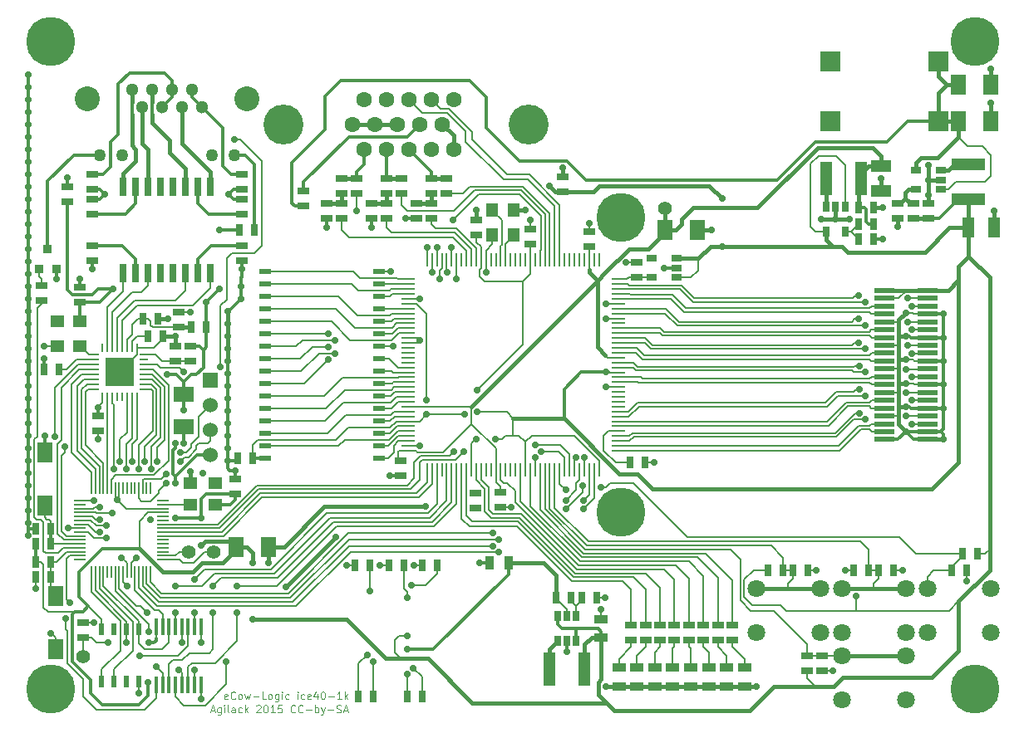
<source format=gtl>
G04 (created by PCBNEW (2013-mar-13)-stable) date Fri 20 Nov 2015 04:23:37 PM CET*
%MOIN*%
G04 Gerber Fmt 3.4, Leading zero omitted, Abs format*
%FSLAX34Y34*%
G01*
G70*
G90*
G04 APERTURE LIST*
%ADD10C,0.005906*%
%ADD11C,0.004000*%
%ADD12C,0.196850*%
%ADD13C,0.051181*%
%ADD14C,0.100000*%
%ADD15C,0.050000*%
%ADD16C,0.160000*%
%ADD17C,0.063000*%
%ADD18R,0.053100X0.011400*%
%ADD19R,0.011400X0.053100*%
%ADD20R,0.031500X0.074800*%
%ADD21R,0.008063X0.047200*%
%ADD22R,0.047200X0.008063*%
%ADD23R,0.033500X0.011000*%
%ADD24R,0.011000X0.033500*%
%ADD25R,0.118100X0.118100*%
%ADD26R,0.045000X0.025000*%
%ADD27R,0.025000X0.045000*%
%ADD28R,0.055118X0.048800*%
%ADD29R,0.050000X0.023622*%
%ADD30R,0.027600X0.039400*%
%ADD31R,0.051181X0.133858*%
%ADD32R,0.020000X0.045000*%
%ADD33R,0.055000X0.035000*%
%ADD34R,0.035000X0.055000*%
%ADD35R,0.059055X0.078740*%
%ADD36R,0.011800X0.070100*%
%ADD37R,0.080000X0.060000*%
%ADD38R,0.078740X0.078740*%
%ADD39R,0.060000X0.080000*%
%ADD40R,0.133858X0.051181*%
%ADD41R,0.039400X0.027600*%
%ADD42R,0.047200X0.078700*%
%ADD43C,0.055100*%
%ADD44R,0.055100X0.047200*%
%ADD45R,0.036000X0.036000*%
%ADD46R,0.060000X0.060000*%
%ADD47C,0.060000*%
%ADD48R,0.078740X0.019685*%
%ADD49R,0.078700X0.047200*%
%ADD50R,0.047200X0.055100*%
%ADD51C,0.070900*%
%ADD52C,0.028000*%
%ADD53C,0.016000*%
%ADD54C,0.008000*%
%ADD55C,0.012000*%
%ADD56C,0.006000*%
G04 APERTURE END LIST*
G54D10*
G54D11*
X46934Y-47730D02*
X47077Y-47730D01*
X46905Y-47815D02*
X47005Y-47515D01*
X47105Y-47815D01*
X47334Y-47615D02*
X47334Y-47858D01*
X47320Y-47887D01*
X47305Y-47901D01*
X47277Y-47915D01*
X47234Y-47915D01*
X47205Y-47901D01*
X47334Y-47801D02*
X47305Y-47815D01*
X47248Y-47815D01*
X47220Y-47801D01*
X47205Y-47787D01*
X47191Y-47758D01*
X47191Y-47672D01*
X47205Y-47644D01*
X47220Y-47630D01*
X47248Y-47615D01*
X47305Y-47615D01*
X47334Y-47630D01*
X47477Y-47815D02*
X47477Y-47615D01*
X47477Y-47515D02*
X47462Y-47530D01*
X47477Y-47544D01*
X47491Y-47530D01*
X47477Y-47515D01*
X47477Y-47544D01*
X47662Y-47815D02*
X47634Y-47801D01*
X47620Y-47772D01*
X47620Y-47515D01*
X47905Y-47815D02*
X47905Y-47658D01*
X47891Y-47630D01*
X47862Y-47615D01*
X47805Y-47615D01*
X47777Y-47630D01*
X47905Y-47801D02*
X47877Y-47815D01*
X47805Y-47815D01*
X47777Y-47801D01*
X47762Y-47772D01*
X47762Y-47744D01*
X47777Y-47715D01*
X47805Y-47701D01*
X47877Y-47701D01*
X47905Y-47687D01*
X48177Y-47801D02*
X48148Y-47815D01*
X48091Y-47815D01*
X48062Y-47801D01*
X48048Y-47787D01*
X48034Y-47758D01*
X48034Y-47672D01*
X48048Y-47644D01*
X48062Y-47630D01*
X48091Y-47615D01*
X48148Y-47615D01*
X48177Y-47630D01*
X48305Y-47815D02*
X48305Y-47515D01*
X48334Y-47701D02*
X48420Y-47815D01*
X48420Y-47615D02*
X48305Y-47730D01*
X48762Y-47544D02*
X48777Y-47530D01*
X48805Y-47515D01*
X48877Y-47515D01*
X48905Y-47530D01*
X48920Y-47544D01*
X48934Y-47572D01*
X48934Y-47601D01*
X48920Y-47644D01*
X48748Y-47815D01*
X48934Y-47815D01*
X49120Y-47515D02*
X49148Y-47515D01*
X49177Y-47530D01*
X49191Y-47544D01*
X49205Y-47572D01*
X49220Y-47630D01*
X49220Y-47701D01*
X49205Y-47758D01*
X49191Y-47787D01*
X49177Y-47801D01*
X49148Y-47815D01*
X49120Y-47815D01*
X49091Y-47801D01*
X49077Y-47787D01*
X49062Y-47758D01*
X49048Y-47701D01*
X49048Y-47630D01*
X49062Y-47572D01*
X49077Y-47544D01*
X49091Y-47530D01*
X49120Y-47515D01*
X49505Y-47815D02*
X49334Y-47815D01*
X49420Y-47815D02*
X49420Y-47515D01*
X49391Y-47558D01*
X49362Y-47587D01*
X49334Y-47601D01*
X49777Y-47515D02*
X49634Y-47515D01*
X49620Y-47658D01*
X49634Y-47644D01*
X49662Y-47630D01*
X49734Y-47630D01*
X49762Y-47644D01*
X49777Y-47658D01*
X49791Y-47687D01*
X49791Y-47758D01*
X49777Y-47787D01*
X49762Y-47801D01*
X49734Y-47815D01*
X49662Y-47815D01*
X49634Y-47801D01*
X49620Y-47787D01*
X50319Y-47787D02*
X50305Y-47801D01*
X50262Y-47815D01*
X50234Y-47815D01*
X50191Y-47801D01*
X50162Y-47772D01*
X50148Y-47744D01*
X50134Y-47687D01*
X50134Y-47644D01*
X50148Y-47587D01*
X50162Y-47558D01*
X50191Y-47530D01*
X50234Y-47515D01*
X50262Y-47515D01*
X50305Y-47530D01*
X50319Y-47544D01*
X50619Y-47787D02*
X50605Y-47801D01*
X50562Y-47815D01*
X50534Y-47815D01*
X50491Y-47801D01*
X50462Y-47772D01*
X50448Y-47744D01*
X50434Y-47687D01*
X50434Y-47644D01*
X50448Y-47587D01*
X50462Y-47558D01*
X50491Y-47530D01*
X50534Y-47515D01*
X50562Y-47515D01*
X50605Y-47530D01*
X50619Y-47544D01*
X50748Y-47701D02*
X50977Y-47701D01*
X51120Y-47815D02*
X51120Y-47515D01*
X51120Y-47630D02*
X51148Y-47615D01*
X51205Y-47615D01*
X51234Y-47630D01*
X51248Y-47644D01*
X51262Y-47672D01*
X51262Y-47758D01*
X51248Y-47787D01*
X51234Y-47801D01*
X51205Y-47815D01*
X51148Y-47815D01*
X51120Y-47801D01*
X51362Y-47615D02*
X51434Y-47815D01*
X51505Y-47615D02*
X51434Y-47815D01*
X51405Y-47887D01*
X51391Y-47901D01*
X51362Y-47915D01*
X51620Y-47701D02*
X51848Y-47701D01*
X51977Y-47801D02*
X52020Y-47815D01*
X52091Y-47815D01*
X52120Y-47801D01*
X52134Y-47787D01*
X52148Y-47758D01*
X52148Y-47730D01*
X52134Y-47701D01*
X52120Y-47687D01*
X52091Y-47672D01*
X52034Y-47658D01*
X52005Y-47644D01*
X51991Y-47630D01*
X51977Y-47601D01*
X51977Y-47572D01*
X51991Y-47544D01*
X52005Y-47530D01*
X52034Y-47515D01*
X52105Y-47515D01*
X52148Y-47530D01*
X52262Y-47730D02*
X52405Y-47730D01*
X52234Y-47815D02*
X52334Y-47515D01*
X52434Y-47815D01*
X47607Y-47261D02*
X47578Y-47275D01*
X47521Y-47275D01*
X47492Y-47261D01*
X47478Y-47232D01*
X47478Y-47118D01*
X47492Y-47090D01*
X47521Y-47075D01*
X47578Y-47075D01*
X47607Y-47090D01*
X47621Y-47118D01*
X47621Y-47147D01*
X47478Y-47175D01*
X47921Y-47247D02*
X47907Y-47261D01*
X47864Y-47275D01*
X47835Y-47275D01*
X47792Y-47261D01*
X47764Y-47232D01*
X47750Y-47204D01*
X47735Y-47147D01*
X47735Y-47104D01*
X47750Y-47047D01*
X47764Y-47018D01*
X47792Y-46990D01*
X47835Y-46975D01*
X47864Y-46975D01*
X47907Y-46990D01*
X47921Y-47004D01*
X48092Y-47275D02*
X48064Y-47261D01*
X48050Y-47247D01*
X48035Y-47218D01*
X48035Y-47132D01*
X48050Y-47104D01*
X48064Y-47090D01*
X48092Y-47075D01*
X48135Y-47075D01*
X48164Y-47090D01*
X48178Y-47104D01*
X48192Y-47132D01*
X48192Y-47218D01*
X48178Y-47247D01*
X48164Y-47261D01*
X48135Y-47275D01*
X48092Y-47275D01*
X48292Y-47075D02*
X48350Y-47275D01*
X48407Y-47132D01*
X48464Y-47275D01*
X48521Y-47075D01*
X48635Y-47161D02*
X48864Y-47161D01*
X49150Y-47275D02*
X49007Y-47275D01*
X49007Y-46975D01*
X49292Y-47275D02*
X49264Y-47261D01*
X49250Y-47247D01*
X49235Y-47218D01*
X49235Y-47132D01*
X49250Y-47104D01*
X49264Y-47090D01*
X49292Y-47075D01*
X49335Y-47075D01*
X49364Y-47090D01*
X49378Y-47104D01*
X49392Y-47132D01*
X49392Y-47218D01*
X49378Y-47247D01*
X49364Y-47261D01*
X49335Y-47275D01*
X49292Y-47275D01*
X49650Y-47075D02*
X49650Y-47318D01*
X49635Y-47347D01*
X49621Y-47361D01*
X49592Y-47375D01*
X49550Y-47375D01*
X49521Y-47361D01*
X49650Y-47261D02*
X49621Y-47275D01*
X49564Y-47275D01*
X49535Y-47261D01*
X49521Y-47247D01*
X49507Y-47218D01*
X49507Y-47132D01*
X49521Y-47104D01*
X49535Y-47090D01*
X49564Y-47075D01*
X49621Y-47075D01*
X49650Y-47090D01*
X49792Y-47275D02*
X49792Y-47075D01*
X49792Y-46975D02*
X49778Y-46990D01*
X49792Y-47004D01*
X49807Y-46990D01*
X49792Y-46975D01*
X49792Y-47004D01*
X50064Y-47261D02*
X50035Y-47275D01*
X49978Y-47275D01*
X49950Y-47261D01*
X49935Y-47247D01*
X49921Y-47218D01*
X49921Y-47132D01*
X49935Y-47104D01*
X49950Y-47090D01*
X49978Y-47075D01*
X50035Y-47075D01*
X50064Y-47090D01*
X50421Y-47275D02*
X50421Y-47075D01*
X50421Y-46975D02*
X50407Y-46990D01*
X50421Y-47004D01*
X50435Y-46990D01*
X50421Y-46975D01*
X50421Y-47004D01*
X50692Y-47261D02*
X50664Y-47275D01*
X50607Y-47275D01*
X50578Y-47261D01*
X50564Y-47247D01*
X50550Y-47218D01*
X50550Y-47132D01*
X50564Y-47104D01*
X50578Y-47090D01*
X50607Y-47075D01*
X50664Y-47075D01*
X50692Y-47090D01*
X50935Y-47261D02*
X50907Y-47275D01*
X50850Y-47275D01*
X50821Y-47261D01*
X50807Y-47232D01*
X50807Y-47118D01*
X50821Y-47090D01*
X50850Y-47075D01*
X50907Y-47075D01*
X50935Y-47090D01*
X50950Y-47118D01*
X50950Y-47147D01*
X50807Y-47175D01*
X51207Y-47075D02*
X51207Y-47275D01*
X51135Y-46961D02*
X51064Y-47175D01*
X51250Y-47175D01*
X51421Y-46975D02*
X51450Y-46975D01*
X51478Y-46990D01*
X51492Y-47004D01*
X51507Y-47032D01*
X51521Y-47090D01*
X51521Y-47161D01*
X51507Y-47218D01*
X51492Y-47247D01*
X51478Y-47261D01*
X51450Y-47275D01*
X51421Y-47275D01*
X51392Y-47261D01*
X51378Y-47247D01*
X51364Y-47218D01*
X51350Y-47161D01*
X51350Y-47090D01*
X51364Y-47032D01*
X51378Y-47004D01*
X51392Y-46990D01*
X51421Y-46975D01*
X51650Y-47161D02*
X51878Y-47161D01*
X52178Y-47275D02*
X52007Y-47275D01*
X52092Y-47275D02*
X52092Y-46975D01*
X52064Y-47018D01*
X52035Y-47047D01*
X52007Y-47061D01*
X52307Y-47275D02*
X52307Y-46975D01*
X52335Y-47161D02*
X52421Y-47275D01*
X52421Y-47075D02*
X52307Y-47190D01*
G54D12*
X40531Y-20885D03*
X77566Y-20885D03*
X40531Y-46881D03*
X77566Y-46881D03*
G54D13*
X44570Y-22810D03*
X45775Y-23510D03*
X44972Y-23510D03*
X43767Y-22810D03*
X44169Y-23510D03*
X45374Y-22810D03*
X46578Y-23510D03*
X46177Y-22810D03*
G54D14*
X48374Y-23160D03*
X41972Y-23160D03*
G54D15*
X47874Y-25424D03*
X46972Y-25424D03*
X43374Y-25424D03*
X42472Y-25424D03*
G54D16*
X49854Y-24190D03*
X59696Y-24190D03*
G54D17*
X56677Y-23190D03*
X56226Y-24190D03*
X55775Y-23190D03*
X54874Y-23190D03*
X53972Y-23190D03*
X53070Y-23190D03*
X55324Y-24190D03*
X54423Y-24190D03*
X53521Y-24190D03*
X52620Y-24190D03*
X56677Y-25190D03*
X55775Y-25190D03*
X54874Y-25190D03*
X53972Y-25190D03*
X53070Y-25190D03*
G54D18*
X54833Y-30413D03*
X54833Y-30610D03*
X54833Y-30807D03*
X54833Y-31004D03*
X54833Y-31201D03*
X54833Y-31397D03*
X54833Y-31594D03*
X54833Y-31791D03*
X54833Y-31988D03*
X54833Y-32185D03*
X54833Y-32382D03*
X54833Y-32578D03*
X54833Y-32775D03*
X54833Y-32972D03*
X54833Y-33169D03*
X54833Y-33366D03*
X54833Y-33563D03*
X54833Y-33760D03*
X54833Y-33956D03*
X54833Y-34153D03*
X54833Y-34350D03*
X54833Y-34547D03*
X54833Y-34744D03*
X54833Y-34941D03*
X54833Y-35138D03*
X54833Y-35334D03*
X54833Y-35531D03*
X54833Y-35728D03*
X54833Y-35925D03*
X54833Y-36122D03*
X54833Y-36319D03*
X54833Y-36515D03*
X54833Y-36712D03*
X54833Y-36909D03*
X54833Y-37106D03*
X54833Y-37303D03*
G54D19*
X55610Y-38080D03*
X55807Y-38080D03*
X56004Y-38080D03*
X56201Y-38080D03*
X56398Y-38080D03*
X56594Y-38080D03*
X56791Y-38080D03*
X56988Y-38080D03*
X57185Y-38080D03*
X57382Y-38080D03*
X57579Y-38080D03*
X57775Y-38080D03*
X57972Y-38080D03*
X58169Y-38080D03*
X58366Y-38080D03*
X58563Y-38080D03*
X58760Y-38080D03*
X58957Y-38080D03*
X59153Y-38080D03*
X59350Y-38080D03*
X59547Y-38080D03*
X59744Y-38080D03*
X59941Y-38080D03*
X60138Y-38080D03*
X60335Y-38080D03*
X60531Y-38080D03*
X60728Y-38080D03*
X60925Y-38080D03*
X61122Y-38080D03*
X61319Y-38080D03*
X61516Y-38080D03*
X61712Y-38080D03*
X61909Y-38080D03*
X62106Y-38080D03*
X62303Y-38080D03*
X62500Y-38080D03*
G54D18*
X63277Y-37303D03*
X63277Y-37106D03*
X63277Y-36909D03*
X63277Y-36712D03*
X63277Y-36515D03*
X63277Y-36319D03*
X63277Y-36122D03*
X63277Y-35925D03*
X63277Y-35728D03*
X63277Y-35531D03*
X63277Y-35334D03*
X63277Y-35138D03*
X63277Y-34941D03*
X63277Y-34744D03*
X63277Y-34547D03*
X63277Y-34350D03*
X63277Y-34153D03*
X63277Y-33956D03*
X63277Y-33760D03*
X63277Y-33563D03*
X63277Y-33366D03*
X63277Y-33169D03*
X63277Y-32972D03*
X63277Y-32775D03*
X63277Y-32578D03*
X63277Y-32382D03*
X63277Y-32185D03*
X63277Y-31988D03*
X63277Y-31791D03*
X63277Y-31594D03*
X63277Y-31397D03*
X63277Y-31201D03*
X63277Y-31004D03*
X63277Y-30807D03*
X63277Y-30610D03*
X63277Y-30413D03*
G54D19*
X62500Y-29636D03*
X62303Y-29636D03*
X62106Y-29636D03*
X61909Y-29636D03*
X61712Y-29636D03*
X61516Y-29636D03*
X61319Y-29636D03*
X61122Y-29636D03*
X60925Y-29636D03*
X60728Y-29636D03*
X60531Y-29636D03*
X60335Y-29636D03*
X60138Y-29636D03*
X59941Y-29636D03*
X59744Y-29636D03*
X59547Y-29636D03*
X59350Y-29636D03*
X59153Y-29636D03*
X58957Y-29636D03*
X58760Y-29636D03*
X58563Y-29636D03*
X58366Y-29636D03*
X58169Y-29636D03*
X57972Y-29636D03*
X57775Y-29636D03*
X57579Y-29636D03*
X57382Y-29636D03*
X57185Y-29636D03*
X56988Y-29636D03*
X56791Y-29636D03*
X56594Y-29636D03*
X56398Y-29636D03*
X56201Y-29636D03*
X56004Y-29636D03*
X55807Y-29636D03*
X55610Y-29636D03*
G54D20*
X44923Y-30154D03*
X45423Y-30154D03*
X45923Y-30154D03*
X44423Y-30154D03*
X46423Y-30154D03*
X43923Y-30154D03*
X43423Y-30154D03*
X46923Y-30154D03*
X43423Y-26706D03*
X46923Y-26706D03*
X46423Y-26706D03*
X45923Y-26706D03*
X45423Y-26706D03*
X44923Y-26706D03*
X44423Y-26706D03*
X43923Y-26706D03*
G54D21*
X44521Y-38817D03*
X44363Y-38817D03*
X44206Y-38817D03*
X44048Y-38817D03*
X43891Y-38817D03*
X43733Y-38817D03*
X43576Y-38817D03*
X43418Y-38817D03*
X43261Y-38817D03*
X43103Y-38817D03*
X42946Y-38817D03*
X42788Y-38817D03*
X42631Y-38817D03*
X42473Y-38817D03*
X42316Y-38817D03*
X42158Y-38817D03*
G54D22*
X41667Y-39308D03*
X41667Y-39466D03*
X41667Y-39623D03*
X41667Y-39781D03*
X41667Y-39938D03*
X41667Y-40096D03*
X41667Y-40253D03*
X41667Y-40411D03*
G54D21*
X42158Y-42163D03*
X42316Y-42163D03*
X42473Y-42163D03*
X42631Y-42163D03*
X42788Y-42163D03*
X42946Y-42163D03*
X43103Y-42163D03*
X43261Y-42163D03*
X43418Y-42163D03*
X43576Y-42163D03*
X43733Y-42163D03*
X43891Y-42163D03*
G54D22*
X45013Y-41671D03*
X45013Y-41513D03*
X45013Y-41356D03*
X45013Y-41198D03*
X45013Y-41041D03*
X45013Y-40883D03*
X45013Y-40726D03*
X45013Y-40568D03*
X45013Y-40411D03*
X45013Y-40253D03*
X45013Y-40096D03*
X45013Y-39938D03*
X41667Y-40568D03*
X41667Y-40726D03*
X41667Y-40883D03*
X41667Y-41041D03*
X41667Y-41198D03*
X41667Y-41356D03*
X41667Y-41513D03*
X41667Y-41671D03*
G54D21*
X44048Y-42163D03*
X44206Y-42163D03*
X44363Y-42163D03*
X44521Y-42163D03*
G54D22*
X45013Y-39781D03*
X45013Y-39623D03*
X45013Y-39466D03*
X45013Y-39308D03*
G54D23*
X42296Y-34829D03*
G54D24*
X42591Y-35124D03*
G54D23*
X44264Y-34829D03*
X44264Y-34632D03*
X44264Y-34435D03*
X44264Y-34238D03*
X44264Y-33845D03*
X44264Y-33648D03*
G54D24*
X43182Y-33156D03*
G54D23*
X44264Y-33451D03*
G54D24*
X43969Y-33156D03*
X43772Y-33156D03*
X43575Y-33156D03*
X43378Y-33156D03*
X42985Y-33156D03*
X42788Y-33156D03*
X42591Y-33156D03*
G54D23*
X42296Y-33451D03*
X42296Y-33648D03*
X42296Y-33845D03*
X42296Y-34042D03*
X42296Y-34238D03*
X42296Y-34435D03*
X42296Y-34632D03*
G54D25*
X43280Y-34140D03*
G54D23*
X44264Y-34042D03*
G54D24*
X43969Y-35124D03*
X43772Y-35124D03*
X43575Y-35124D03*
X43378Y-35124D03*
X43182Y-35124D03*
X42985Y-35124D03*
X42788Y-35124D03*
G54D26*
X42170Y-29060D03*
X42170Y-29660D03*
X48170Y-29060D03*
X48170Y-29660D03*
X51570Y-27380D03*
X51570Y-27980D03*
X52170Y-27980D03*
X52170Y-27380D03*
X52170Y-26980D03*
X52170Y-26380D03*
X52770Y-26980D03*
X52770Y-26380D03*
X53370Y-27380D03*
X53370Y-27980D03*
X53970Y-27980D03*
X53970Y-27380D03*
X53970Y-26980D03*
X53970Y-26380D03*
X54590Y-26980D03*
X54590Y-26380D03*
X55190Y-27380D03*
X55190Y-27980D03*
X55790Y-27980D03*
X55790Y-27380D03*
X55790Y-26980D03*
X55790Y-26380D03*
X56390Y-26980D03*
X56390Y-26380D03*
X48170Y-27200D03*
X48170Y-27800D03*
X42170Y-27800D03*
X42170Y-27200D03*
X42170Y-26800D03*
X42170Y-26200D03*
X48170Y-26200D03*
X48170Y-26800D03*
X45530Y-33710D03*
X45530Y-33110D03*
G54D27*
X44430Y-32690D03*
X45030Y-32690D03*
X46760Y-32340D03*
X46160Y-32340D03*
X40850Y-34030D03*
X40250Y-34030D03*
G54D26*
X46130Y-33110D03*
X46130Y-33710D03*
G54D27*
X44220Y-32010D03*
X44820Y-32010D03*
G54D26*
X45660Y-32340D03*
X45660Y-31740D03*
G54D28*
X40767Y-32110D03*
X40767Y-33110D03*
X41692Y-33110D03*
X41692Y-32110D03*
G54D29*
X49126Y-31608D03*
X49126Y-32108D03*
X49126Y-32608D03*
X49126Y-33108D03*
X49126Y-33608D03*
X49126Y-35608D03*
X49126Y-36108D03*
X49126Y-36608D03*
X49126Y-37108D03*
X49126Y-37608D03*
X53693Y-37608D03*
X53693Y-37108D03*
X53693Y-36608D03*
X53693Y-36108D03*
X53693Y-35608D03*
X53693Y-33608D03*
X53693Y-33108D03*
X53693Y-32608D03*
X53693Y-32108D03*
X53693Y-31608D03*
X53693Y-31108D03*
X53693Y-30608D03*
X53693Y-30108D03*
X53693Y-35108D03*
X53693Y-34608D03*
X53693Y-34108D03*
X49126Y-35108D03*
X49126Y-34608D03*
X49126Y-34108D03*
X49126Y-31108D03*
X49126Y-30608D03*
X49126Y-30108D03*
G54D27*
X53460Y-47160D03*
X52860Y-47160D03*
X54800Y-47160D03*
X55400Y-47160D03*
X53330Y-41890D03*
X52730Y-41890D03*
X60785Y-43205D03*
X61385Y-43205D03*
X61815Y-43205D03*
X62415Y-43205D03*
X54680Y-41890D03*
X54080Y-41890D03*
G54D30*
X60840Y-43935D03*
X61215Y-43935D03*
X61590Y-43935D03*
X61590Y-44935D03*
X61215Y-44935D03*
X60840Y-44935D03*
G54D31*
X61923Y-46055D03*
X60506Y-46055D03*
G54D32*
X42560Y-44480D03*
X42560Y-46580D03*
X43060Y-44480D03*
X43560Y-44480D03*
X44060Y-44480D03*
X43060Y-46580D03*
X43560Y-46580D03*
X44060Y-46580D03*
G54D27*
X64360Y-37780D03*
X63760Y-37780D03*
G54D33*
X62585Y-44810D03*
X62585Y-44060D03*
G54D34*
X58865Y-41790D03*
X58115Y-41790D03*
G54D27*
X56030Y-41890D03*
X55430Y-41890D03*
X40530Y-42360D03*
X39930Y-42360D03*
X39930Y-41760D03*
X40530Y-41760D03*
G54D35*
X40700Y-45272D03*
X40700Y-43147D03*
G54D36*
X44744Y-46699D03*
X45000Y-46699D03*
X45256Y-46699D03*
X45512Y-46699D03*
X45767Y-46699D03*
X46023Y-46699D03*
X46279Y-46699D03*
X46535Y-46699D03*
X46535Y-44361D03*
X46279Y-44361D03*
X46023Y-44361D03*
X45767Y-44361D03*
X45512Y-44361D03*
X45256Y-44361D03*
X45000Y-44361D03*
X44744Y-44361D03*
G54D37*
X45860Y-35020D03*
X45860Y-36320D03*
G54D27*
X40530Y-40440D03*
X39930Y-40440D03*
X39930Y-41040D03*
X40530Y-41040D03*
G54D35*
X40280Y-37377D03*
X40280Y-39502D03*
G54D38*
X76115Y-21660D03*
X71784Y-21660D03*
X76115Y-24081D03*
X71784Y-24081D03*
G54D33*
X68340Y-46015D03*
X68340Y-46765D03*
G54D26*
X67850Y-44310D03*
X67850Y-44910D03*
G54D33*
X63300Y-46015D03*
X63300Y-46765D03*
G54D26*
X63790Y-44310D03*
X63790Y-44910D03*
X67270Y-44310D03*
X67270Y-44910D03*
X66690Y-44310D03*
X66690Y-44910D03*
X66110Y-44310D03*
X66110Y-44910D03*
X65530Y-44310D03*
X65530Y-44910D03*
X64950Y-44310D03*
X64950Y-44910D03*
X64370Y-44310D03*
X64370Y-44910D03*
G54D33*
X67620Y-46015D03*
X67620Y-46765D03*
X66900Y-46015D03*
X66900Y-46765D03*
X66180Y-46015D03*
X66180Y-46765D03*
X65460Y-46015D03*
X65460Y-46765D03*
X64740Y-46015D03*
X64740Y-46765D03*
X64020Y-46015D03*
X64020Y-46765D03*
G54D26*
X57540Y-39600D03*
X57540Y-39000D03*
G54D39*
X76920Y-22600D03*
X78220Y-22600D03*
X76920Y-24070D03*
X78220Y-24070D03*
G54D26*
X75720Y-27970D03*
X75720Y-27370D03*
G54D40*
X77330Y-25801D03*
X77330Y-27218D03*
G54D26*
X75100Y-27970D03*
X75100Y-27370D03*
X74480Y-27370D03*
X74480Y-27970D03*
G54D41*
X75220Y-26795D03*
X75220Y-26045D03*
X76220Y-26045D03*
X76220Y-26420D03*
X76220Y-26795D03*
G54D42*
X77328Y-28340D03*
X78352Y-28340D03*
G54D43*
X47060Y-41360D03*
X46060Y-41360D03*
G54D44*
X47100Y-38597D03*
X46100Y-38597D03*
X46100Y-39463D03*
X47100Y-39463D03*
G54D26*
X41690Y-31330D03*
X41690Y-30730D03*
X47910Y-39030D03*
X47910Y-38430D03*
X42400Y-35900D03*
X42400Y-36500D03*
G54D39*
X47940Y-41160D03*
X49240Y-41160D03*
G54D27*
X48670Y-28430D03*
X48070Y-28430D03*
G54D26*
X41180Y-27300D03*
X41180Y-26700D03*
G54D45*
X40740Y-29990D03*
X40040Y-29990D03*
X40390Y-29190D03*
G54D26*
X40140Y-31270D03*
X40140Y-30670D03*
X41820Y-44810D03*
X41820Y-44210D03*
G54D43*
X41820Y-45570D03*
G54D46*
X46920Y-34480D03*
G54D47*
X46920Y-35480D03*
X46920Y-36480D03*
X46920Y-37480D03*
G54D41*
X64610Y-30335D03*
X64610Y-29585D03*
X65610Y-29585D03*
X65610Y-29960D03*
X65610Y-30335D03*
G54D26*
X64010Y-30340D03*
X64010Y-29740D03*
G54D48*
X73937Y-36850D03*
X75669Y-36850D03*
X73937Y-36535D03*
X75669Y-36535D03*
X73937Y-36220D03*
X75669Y-36220D03*
X73937Y-35905D03*
X75669Y-35905D03*
X73937Y-35590D03*
X75669Y-35590D03*
X73937Y-35275D03*
X75669Y-35275D03*
X73937Y-34960D03*
X75669Y-34960D03*
X73937Y-34645D03*
X75669Y-34645D03*
X73937Y-34330D03*
X75669Y-34330D03*
X73937Y-34015D03*
X75669Y-34015D03*
X73937Y-33700D03*
X75669Y-33700D03*
X73937Y-33385D03*
X75669Y-33385D03*
X73937Y-33070D03*
X75669Y-33070D03*
X73937Y-32755D03*
X75669Y-32755D03*
X73937Y-32440D03*
X75669Y-32440D03*
X73937Y-32125D03*
X75669Y-32125D03*
X73937Y-31811D03*
X75669Y-31811D03*
X73937Y-31496D03*
X75669Y-31496D03*
X73937Y-31181D03*
X75669Y-31181D03*
X73937Y-30866D03*
X75669Y-30866D03*
G54D31*
X71611Y-26370D03*
X73028Y-26370D03*
G54D30*
X72365Y-28490D03*
X71615Y-28490D03*
X71615Y-27490D03*
X71990Y-27490D03*
X72365Y-27490D03*
G54D27*
X72930Y-27520D03*
X73530Y-27520D03*
G54D49*
X73830Y-25858D03*
X73830Y-26882D03*
G54D27*
X73530Y-28190D03*
X72930Y-28190D03*
X72930Y-28790D03*
X73530Y-28790D03*
G54D12*
X63385Y-39763D03*
X63385Y-27952D03*
G54D43*
X65140Y-27560D03*
G54D26*
X54560Y-37710D03*
X54560Y-38310D03*
G54D27*
X48600Y-37610D03*
X48000Y-37610D03*
G54D26*
X57590Y-28620D03*
X57590Y-28020D03*
X59740Y-28990D03*
X59740Y-28390D03*
X62110Y-29100D03*
X62110Y-28500D03*
X58550Y-38970D03*
X58550Y-39570D03*
G54D50*
X58227Y-27630D03*
X58227Y-28630D03*
X59093Y-28630D03*
X59093Y-27630D03*
G54D39*
X65140Y-28440D03*
X66440Y-28440D03*
G54D26*
X61050Y-26890D03*
X61050Y-26290D03*
X50660Y-27480D03*
X50660Y-26880D03*
G54D27*
X70290Y-42100D03*
X70890Y-42100D03*
X73720Y-42100D03*
X74320Y-42100D03*
X76650Y-42100D03*
X77250Y-42100D03*
G54D26*
X71450Y-45530D03*
X71450Y-46130D03*
G54D27*
X69290Y-42100D03*
X69890Y-42100D03*
X72720Y-42100D03*
X73320Y-42100D03*
X77670Y-41450D03*
X77070Y-41450D03*
G54D26*
X70850Y-46130D03*
X70850Y-45530D03*
G54D51*
X71370Y-44606D03*
X68810Y-44606D03*
X71370Y-42834D03*
X68810Y-42834D03*
X74800Y-44606D03*
X72240Y-44606D03*
X74800Y-42834D03*
X72240Y-42834D03*
X78230Y-44606D03*
X75670Y-44606D03*
X78230Y-42834D03*
X75670Y-42834D03*
X74800Y-47306D03*
X72240Y-47306D03*
X74800Y-45534D03*
X72240Y-45534D03*
G54D52*
X62770Y-34150D03*
X62770Y-31990D03*
X72810Y-43150D03*
X72380Y-42100D03*
X60530Y-26660D03*
X59560Y-27630D03*
X67440Y-29090D03*
X67440Y-27170D03*
X57630Y-34870D03*
X55590Y-35840D03*
X55590Y-35270D03*
X57630Y-35750D03*
X57100Y-35840D03*
X58350Y-36820D03*
X57580Y-36820D03*
X45500Y-37010D03*
X45860Y-35670D03*
X45520Y-40000D03*
X45520Y-38600D03*
X44450Y-45010D03*
X44420Y-46590D03*
X47290Y-28430D03*
X47290Y-30810D03*
X54800Y-44740D03*
X48620Y-44070D03*
X48620Y-41800D03*
X46560Y-40000D03*
X46560Y-41090D03*
X46760Y-31340D03*
X43010Y-30800D03*
X42400Y-35560D03*
X45190Y-34240D03*
X54800Y-45260D03*
X76115Y-24081D03*
X76115Y-21660D03*
X62580Y-38760D03*
X61170Y-38880D03*
X45700Y-37750D03*
X45140Y-38600D03*
X45700Y-37380D03*
X45140Y-38240D03*
X45855Y-34150D03*
X47320Y-33950D03*
X47880Y-24810D03*
X75060Y-36220D03*
X73180Y-36040D03*
X72940Y-35790D03*
X74800Y-35910D03*
X75060Y-35280D03*
X73180Y-35090D03*
X72940Y-34840D03*
X74800Y-34960D03*
X75060Y-34330D03*
X73180Y-34140D03*
X72940Y-33890D03*
X74800Y-34020D03*
X73180Y-33210D03*
X75060Y-33390D03*
X74870Y-33060D03*
X72930Y-32960D03*
X75060Y-32440D03*
X73180Y-32270D03*
X74870Y-32120D03*
X72930Y-32010D03*
X75060Y-31500D03*
X73180Y-31320D03*
X74870Y-31180D03*
X72930Y-31070D03*
X77250Y-42540D03*
X71890Y-46130D03*
X74680Y-42100D03*
X68830Y-46770D03*
X71230Y-42100D03*
X74800Y-31760D03*
X74800Y-32700D03*
X74800Y-36530D03*
X74800Y-33650D03*
X74800Y-34590D03*
X74800Y-35540D03*
X44500Y-40070D03*
X76300Y-31810D03*
X76300Y-32760D03*
X76300Y-33700D03*
X76300Y-34650D03*
X76300Y-35590D03*
X64700Y-37780D03*
X76300Y-36850D03*
X61050Y-25950D03*
X71420Y-27990D03*
X67020Y-28440D03*
X58227Y-28630D03*
X62110Y-28160D03*
X57590Y-27620D03*
X59740Y-28050D03*
X57710Y-41790D03*
X58990Y-39570D03*
X51570Y-28320D03*
X47600Y-37700D03*
X54160Y-30110D03*
X54120Y-38310D03*
X55330Y-31200D03*
X54750Y-27980D03*
X53370Y-28320D03*
X55330Y-32870D03*
X56400Y-30140D03*
X62770Y-31400D03*
X39600Y-31200D03*
X39600Y-32200D03*
X39600Y-33200D03*
X39600Y-32700D03*
X39600Y-31700D03*
X39600Y-36200D03*
X39600Y-35700D03*
X39600Y-34700D03*
X39600Y-34200D03*
X39600Y-35200D03*
X39600Y-33700D03*
X65110Y-29960D03*
X63580Y-29740D03*
X73870Y-28790D03*
X72560Y-27990D03*
X73880Y-27520D03*
X71990Y-27990D03*
X71784Y-21660D03*
X73830Y-26370D03*
X78350Y-27660D03*
X78220Y-23340D03*
X78220Y-21960D03*
X75720Y-25850D03*
X75720Y-26420D03*
X57970Y-30140D03*
X47600Y-37200D03*
X45860Y-37010D03*
X47600Y-36700D03*
X47600Y-35700D03*
X47600Y-34700D03*
X47600Y-33700D03*
X47600Y-34200D03*
X47600Y-35200D03*
X47600Y-36200D03*
X42250Y-44210D03*
X48150Y-31200D03*
X48150Y-30700D03*
X40740Y-30390D03*
X39600Y-22700D03*
X39600Y-23700D03*
X39600Y-24700D03*
X39600Y-25700D03*
X39600Y-26700D03*
X39600Y-27700D03*
X39600Y-28700D03*
X39600Y-29700D03*
X39600Y-30200D03*
X39600Y-29200D03*
X39600Y-28200D03*
X39600Y-27200D03*
X39600Y-26200D03*
X39600Y-25200D03*
X39600Y-24200D03*
X39600Y-23200D03*
X39600Y-22200D03*
X39600Y-39700D03*
X39600Y-39200D03*
X39600Y-38200D03*
X39600Y-37200D03*
X39600Y-37700D03*
X39600Y-38700D03*
X39600Y-40200D03*
X39600Y-40700D03*
X62780Y-46770D03*
X55540Y-39550D03*
X49240Y-41800D03*
X51940Y-40760D03*
X49940Y-42760D03*
X43182Y-39262D03*
X47910Y-38100D03*
X47600Y-33200D03*
X47600Y-32200D03*
X47600Y-32700D03*
X40530Y-44620D03*
X47600Y-31700D03*
X41690Y-30390D03*
X42400Y-36840D03*
X39600Y-36700D03*
X40280Y-36700D03*
X39600Y-30700D03*
X40250Y-33110D03*
X40250Y-33590D03*
X46100Y-38140D03*
X46600Y-38200D03*
X75720Y-27020D03*
X74480Y-28310D03*
X61215Y-45355D03*
X62585Y-43655D03*
X62755Y-43205D03*
X39930Y-42830D03*
X44060Y-47050D03*
X46540Y-47270D03*
X55080Y-41890D03*
X53730Y-41890D03*
X52380Y-41890D03*
X55330Y-37110D03*
X59940Y-37580D03*
X61910Y-37580D03*
X62780Y-34740D03*
X42690Y-27000D03*
X47650Y-27000D03*
X42170Y-30000D03*
X48170Y-30000D03*
X43280Y-34140D03*
X45530Y-32690D03*
X46100Y-31740D03*
X45210Y-32010D03*
X46280Y-43800D03*
X46280Y-42460D03*
X47980Y-42740D03*
X47980Y-43800D03*
X45640Y-46090D03*
X43580Y-42740D03*
X47010Y-42740D03*
X47010Y-43800D03*
X44740Y-45960D03*
X44380Y-43800D03*
X45510Y-43800D03*
X45510Y-42740D03*
X41110Y-44030D03*
X41280Y-43390D03*
X40680Y-36720D03*
X41080Y-37120D03*
X44790Y-37750D03*
X42740Y-40810D03*
X43040Y-38030D03*
X42240Y-39310D03*
X43290Y-37750D03*
X42490Y-39560D03*
X43790Y-37750D03*
X42990Y-39810D03*
X42490Y-40060D03*
X44040Y-38030D03*
X42740Y-40310D03*
X44290Y-37750D03*
X44540Y-38030D03*
X42490Y-40560D03*
X41220Y-40410D03*
X43540Y-38030D03*
X44450Y-44580D03*
X42810Y-45010D03*
X41180Y-26340D03*
X43940Y-41590D03*
X43350Y-41590D03*
X53330Y-42950D03*
X54800Y-43210D03*
X46280Y-46090D03*
X54970Y-42700D03*
X47550Y-45770D03*
X45770Y-45010D03*
X46540Y-45010D03*
X53460Y-45770D03*
X54800Y-46280D03*
X53200Y-45510D03*
X55060Y-46020D03*
X61870Y-39640D03*
X58490Y-41370D03*
X60190Y-37330D03*
X57080Y-37330D03*
X58490Y-40860D03*
X61850Y-38700D03*
X61565Y-37580D03*
X61170Y-39640D03*
X58240Y-40600D03*
X61170Y-39290D03*
X56690Y-37330D03*
X59940Y-37080D03*
X61870Y-39290D03*
X58240Y-41120D03*
X56000Y-29150D03*
X51910Y-32870D03*
X51910Y-33390D03*
X55800Y-30140D03*
X54250Y-33110D03*
X56790Y-30400D03*
X51650Y-33650D03*
X56100Y-30400D03*
X51650Y-32610D03*
X55610Y-29150D03*
X56590Y-29150D03*
X51650Y-33130D03*
X44090Y-45540D03*
X43560Y-45010D03*
X56660Y-28020D03*
X52770Y-27680D03*
G54D53*
X63720Y-29190D02*
X64490Y-29190D01*
X62760Y-30150D02*
X63720Y-29190D01*
X62450Y-30460D02*
X62760Y-30150D01*
X65140Y-28540D02*
X65140Y-28440D01*
X64490Y-29190D02*
X65140Y-28540D01*
X65140Y-28440D02*
X65140Y-27560D01*
X68860Y-27530D02*
X66280Y-27530D01*
X73470Y-25120D02*
X71270Y-25120D01*
X73830Y-25480D02*
X73470Y-25120D01*
X73830Y-25480D02*
X73830Y-25858D01*
X68860Y-27530D02*
X71270Y-25120D01*
X66280Y-27530D02*
X65820Y-27990D01*
X65820Y-27990D02*
X65820Y-28210D01*
X65820Y-28210D02*
X65590Y-28440D01*
X65590Y-28440D02*
X65140Y-28440D01*
G54D54*
X58366Y-38080D02*
X58366Y-38566D01*
X58550Y-38750D02*
X58550Y-38970D01*
X58366Y-38566D02*
X58550Y-38750D01*
X62106Y-29636D02*
X62106Y-29303D01*
X62110Y-29300D02*
X62110Y-29100D01*
X62106Y-29303D02*
X62110Y-29300D01*
X54440Y-37350D02*
X54440Y-37590D01*
X54486Y-37303D02*
X54440Y-37350D01*
X54833Y-37303D02*
X54486Y-37303D01*
X54440Y-37590D02*
X54560Y-37710D01*
G54D53*
X57378Y-35531D02*
X62450Y-30460D01*
G54D54*
X62110Y-30030D02*
X62110Y-29640D01*
G54D53*
X62110Y-30030D02*
X62110Y-30120D01*
X62450Y-30460D02*
X62110Y-30120D01*
G54D54*
X62110Y-29640D02*
X62106Y-29636D01*
G54D53*
X62450Y-30460D02*
X62450Y-33150D01*
G54D54*
X62920Y-33560D02*
X62923Y-33563D01*
X62860Y-33560D02*
X62920Y-33560D01*
X62923Y-33563D02*
X63277Y-33563D01*
X62760Y-33460D02*
X62860Y-33560D01*
G54D53*
X62450Y-33150D02*
X62760Y-33460D01*
G54D54*
X58366Y-38080D02*
X58366Y-37218D01*
X58366Y-37218D02*
X57378Y-36231D01*
X54833Y-37303D02*
X55173Y-37303D01*
X57378Y-36231D02*
X57378Y-35531D01*
X56250Y-37360D02*
X57378Y-36231D01*
X55230Y-37360D02*
X56250Y-37360D01*
X55173Y-37303D02*
X55230Y-37360D01*
X54833Y-35531D02*
X57378Y-35531D01*
G54D55*
X72930Y-27520D02*
X73140Y-27520D01*
X73320Y-28190D02*
X73230Y-28100D01*
X73320Y-28190D02*
X73530Y-28190D01*
X73230Y-27610D02*
X73230Y-28100D01*
X73140Y-27520D02*
X73230Y-27610D01*
G54D53*
X72930Y-27520D02*
X72930Y-26468D01*
X72930Y-26468D02*
X73028Y-26370D01*
X73830Y-25858D02*
X73322Y-25858D01*
X73028Y-26151D02*
X73028Y-26370D01*
X73322Y-25858D02*
X73028Y-26151D01*
G54D54*
X64010Y-30340D02*
X64605Y-30340D01*
X64605Y-30340D02*
X64610Y-30335D01*
X63277Y-30413D02*
X63626Y-30413D01*
X63700Y-30340D02*
X64010Y-30340D01*
X63626Y-30413D02*
X63700Y-30340D01*
G54D55*
X62770Y-34150D02*
X61790Y-34150D01*
X61110Y-34830D02*
X61110Y-36010D01*
X61790Y-34150D02*
X61110Y-34830D01*
G54D54*
X62770Y-34150D02*
X62930Y-34150D01*
X63277Y-31988D02*
X62911Y-31988D01*
X62910Y-31990D02*
X62770Y-31990D01*
X62911Y-31988D02*
X62910Y-31990D01*
X62933Y-34153D02*
X63277Y-34153D01*
X62930Y-34150D02*
X62933Y-34153D01*
X70850Y-46130D02*
X70850Y-46430D01*
X70850Y-46430D02*
X71190Y-46770D01*
G54D53*
X69530Y-46770D02*
X71190Y-46770D01*
X71190Y-46770D02*
X71930Y-46770D01*
X71930Y-46770D02*
X72290Y-46410D01*
G54D54*
X72810Y-43720D02*
X76550Y-43720D01*
X76550Y-43720D02*
X76930Y-43340D01*
G54D53*
X76930Y-45320D02*
X76930Y-43340D01*
X76930Y-45320D02*
X75840Y-46410D01*
X75840Y-46410D02*
X72290Y-46410D01*
X62810Y-47430D02*
X63120Y-47740D01*
X68560Y-47740D02*
X63120Y-47740D01*
X69530Y-46770D02*
X68560Y-47740D01*
X78170Y-42100D02*
X78170Y-41270D01*
X76930Y-43340D02*
X78170Y-42100D01*
G54D54*
X77670Y-41450D02*
X77990Y-41450D01*
X77990Y-41450D02*
X78170Y-41270D01*
G54D53*
X64660Y-38840D02*
X75860Y-38840D01*
X76930Y-37770D02*
X76930Y-30450D01*
X75860Y-38840D02*
X76930Y-37770D01*
X64040Y-38220D02*
X63320Y-38220D01*
X64660Y-38840D02*
X64040Y-38220D01*
X63320Y-38220D02*
X61110Y-36010D01*
X59060Y-36010D02*
X61110Y-36010D01*
X78170Y-41270D02*
X78170Y-30334D01*
X78170Y-30334D02*
X77328Y-29492D01*
G54D54*
X72810Y-43720D02*
X72810Y-43150D01*
X72380Y-42100D02*
X72720Y-42100D01*
X69290Y-42100D02*
X68700Y-42100D01*
X70010Y-43720D02*
X72810Y-43720D01*
X69780Y-43490D02*
X70010Y-43720D01*
X68660Y-43490D02*
X69780Y-43490D01*
X68330Y-43160D02*
X68660Y-43490D01*
X68330Y-42470D02*
X68330Y-43160D01*
X68700Y-42100D02*
X68330Y-42470D01*
X73937Y-31181D02*
X74518Y-31181D01*
X74518Y-31181D02*
X74833Y-30866D01*
X62500Y-38080D02*
X62500Y-37700D01*
X62500Y-37700D02*
X61500Y-36700D01*
G54D53*
X75669Y-30866D02*
X76513Y-30866D01*
X76513Y-30866D02*
X76930Y-30450D01*
X73937Y-30866D02*
X74833Y-30866D01*
X74833Y-30866D02*
X75669Y-30866D01*
X61050Y-26890D02*
X60760Y-26890D01*
X59560Y-27630D02*
X59093Y-27630D01*
X60760Y-26890D02*
X60530Y-26660D01*
X61050Y-26890D02*
X62270Y-26890D01*
X66930Y-26660D02*
X67440Y-27170D01*
X62500Y-26660D02*
X66930Y-26660D01*
X62270Y-26890D02*
X62500Y-26660D01*
G54D54*
X59744Y-29636D02*
X59744Y-29265D01*
X59740Y-29261D02*
X59740Y-28990D01*
X59744Y-29265D02*
X59740Y-29261D01*
X57775Y-29636D02*
X57775Y-29115D01*
X57590Y-28930D02*
X57590Y-28620D01*
X57775Y-29115D02*
X57590Y-28930D01*
G54D55*
X48600Y-37610D02*
X49124Y-37610D01*
X49124Y-37610D02*
X49126Y-37608D01*
G54D54*
X48600Y-37610D02*
X48600Y-37060D01*
X52440Y-36360D02*
X51940Y-36860D01*
X51940Y-36860D02*
X48800Y-36860D01*
X54367Y-36122D02*
X54833Y-36122D01*
X54367Y-36122D02*
X54130Y-36360D01*
X54130Y-36360D02*
X52440Y-36360D01*
X48600Y-37060D02*
X48800Y-36860D01*
X59460Y-33040D02*
X57630Y-34870D01*
X59460Y-33040D02*
X59460Y-30500D01*
X57775Y-29636D02*
X57775Y-29974D01*
X57775Y-29974D02*
X57710Y-30040D01*
X57710Y-30040D02*
X57710Y-30290D01*
X57710Y-30290D02*
X57920Y-30500D01*
X57920Y-30500D02*
X59460Y-30500D01*
X59744Y-30215D02*
X59744Y-29636D01*
X59460Y-30500D02*
X59744Y-30215D01*
X54833Y-36122D02*
X55307Y-36122D01*
X55307Y-36122D02*
X55590Y-35840D01*
X54833Y-31397D02*
X55177Y-31397D01*
X55590Y-31810D02*
X55590Y-35270D01*
X55177Y-31397D02*
X55590Y-31810D01*
X55590Y-35840D02*
X57100Y-35840D01*
X58800Y-35750D02*
X57630Y-35750D01*
X58800Y-35750D02*
X59060Y-36010D01*
X59060Y-36700D02*
X59060Y-36010D01*
X58350Y-36820D02*
X58620Y-36820D01*
X57382Y-37017D02*
X57580Y-36820D01*
X57382Y-38080D02*
X57382Y-37017D01*
X59294Y-36700D02*
X59547Y-36952D01*
X58740Y-36700D02*
X59060Y-36700D01*
X59060Y-36700D02*
X59294Y-36700D01*
X58620Y-36820D02*
X58740Y-36700D01*
X61500Y-36700D02*
X59800Y-36700D01*
X59547Y-38080D02*
X59547Y-36952D01*
X59547Y-36952D02*
X59800Y-36700D01*
X65610Y-30335D02*
X66195Y-30335D01*
X66475Y-30055D02*
X66475Y-29585D01*
X66195Y-30335D02*
X66475Y-30055D01*
G54D53*
X77328Y-28340D02*
X77328Y-27220D01*
X77328Y-27220D02*
X77330Y-27218D01*
G54D55*
X77330Y-27218D02*
X76911Y-27218D01*
X76911Y-27218D02*
X76160Y-27970D01*
X76160Y-27970D02*
X75720Y-27970D01*
G54D53*
X77330Y-28338D02*
X77328Y-28340D01*
X75580Y-29320D02*
X76560Y-28340D01*
X72240Y-29090D02*
X72470Y-29320D01*
X72470Y-29320D02*
X75580Y-29320D01*
X77328Y-28340D02*
X76560Y-28340D01*
X72240Y-29090D02*
X71880Y-29090D01*
G54D54*
X72365Y-27490D02*
X72365Y-25825D01*
X71170Y-28490D02*
X71615Y-28490D01*
X70980Y-28300D02*
X71170Y-28490D01*
X70980Y-25780D02*
X70980Y-28300D01*
X71300Y-25460D02*
X70980Y-25780D01*
X72000Y-25460D02*
X71300Y-25460D01*
X72365Y-25825D02*
X72000Y-25460D01*
G54D53*
X71615Y-28490D02*
X71615Y-28825D01*
X71615Y-28825D02*
X71880Y-29090D01*
X66475Y-29585D02*
X65610Y-29585D01*
X71880Y-29090D02*
X67440Y-29090D01*
X67440Y-29090D02*
X66970Y-29090D01*
X66970Y-29090D02*
X66475Y-29585D01*
X76930Y-30450D02*
X76930Y-29890D01*
X76930Y-29890D02*
X77328Y-29492D01*
X77328Y-29492D02*
X77328Y-28340D01*
G54D55*
X45420Y-38230D02*
X45420Y-37280D01*
X45520Y-38330D02*
X45420Y-38230D01*
X45860Y-35670D02*
X45860Y-35020D01*
X45500Y-37200D02*
X45500Y-37010D01*
X45420Y-37280D02*
X45500Y-37200D01*
X45520Y-38600D02*
X45520Y-38330D01*
X45520Y-40000D02*
X46560Y-40000D01*
X46920Y-37480D02*
X46370Y-37480D01*
X45520Y-38330D02*
X46370Y-37480D01*
X41480Y-43770D02*
X41390Y-43860D01*
X41390Y-43860D02*
X41390Y-45770D01*
X41480Y-43770D02*
X41800Y-43770D01*
X41800Y-43770D02*
X42025Y-43545D01*
X44420Y-46590D02*
X44420Y-47120D01*
X44420Y-47120D02*
X44050Y-47490D01*
X44050Y-47490D02*
X42570Y-47490D01*
X42570Y-47490D02*
X42130Y-47050D01*
X42130Y-47050D02*
X42130Y-46510D01*
X42130Y-46510D02*
X41390Y-45770D01*
X44744Y-44830D02*
X44744Y-44925D01*
X44744Y-44925D02*
X44660Y-45010D01*
X44660Y-45010D02*
X44450Y-45010D01*
G54D54*
X44744Y-44361D02*
X44744Y-44830D01*
G54D55*
X48070Y-28430D02*
X47290Y-28430D01*
X47290Y-30810D02*
X46760Y-31340D01*
X41180Y-27300D02*
X41180Y-30830D01*
X42410Y-30800D02*
X43010Y-30800D01*
X42180Y-31030D02*
X42410Y-30800D01*
X41380Y-31030D02*
X42180Y-31030D01*
X41180Y-30830D02*
X41380Y-31030D01*
X39930Y-41760D02*
X39930Y-41040D01*
G54D54*
X54800Y-44740D02*
X54480Y-44740D01*
X54320Y-45400D02*
X54560Y-45640D01*
X54320Y-44900D02*
X54320Y-45400D01*
X54480Y-44740D02*
X54320Y-44900D01*
G54D53*
X62585Y-44810D02*
X62585Y-46485D01*
X62585Y-46485D02*
X62470Y-46600D01*
X62470Y-46600D02*
X62470Y-47090D01*
X62470Y-47090D02*
X62810Y-47430D01*
X46590Y-41800D02*
X47400Y-41800D01*
X46590Y-41800D02*
X46230Y-42160D01*
X46230Y-42160D02*
X45010Y-42160D01*
X44090Y-41240D02*
X45010Y-42160D01*
X47940Y-41260D02*
X47940Y-41160D01*
X47400Y-41800D02*
X47940Y-41260D01*
X48620Y-41800D02*
X48620Y-41400D01*
X48380Y-41160D02*
X47940Y-41160D01*
X48620Y-41400D02*
X48380Y-41160D01*
X62810Y-47430D02*
X57430Y-47430D01*
X55640Y-45640D02*
X54560Y-45640D01*
X57430Y-47430D02*
X55640Y-45640D01*
X54560Y-45640D02*
X53960Y-45640D01*
X53960Y-45640D02*
X52390Y-44070D01*
X52390Y-44070D02*
X48620Y-44070D01*
X46730Y-40920D02*
X47700Y-40920D01*
X46730Y-40920D02*
X46560Y-41090D01*
G54D55*
X46560Y-39230D02*
X46560Y-40000D01*
G54D53*
X47700Y-40920D02*
X47940Y-41160D01*
G54D55*
X42025Y-43545D02*
X41650Y-43170D01*
X41650Y-43170D02*
X41650Y-42180D01*
X42590Y-41240D02*
X44090Y-41240D01*
X41650Y-42180D02*
X42590Y-41240D01*
X47100Y-39463D02*
X47727Y-39463D01*
X47910Y-39280D02*
X47910Y-39030D01*
X47727Y-39463D02*
X47910Y-39280D01*
X46760Y-39030D02*
X47910Y-39030D01*
X46560Y-39230D02*
X46760Y-39030D01*
G54D54*
X44090Y-41240D02*
X44090Y-40120D01*
X44670Y-39781D02*
X44428Y-39781D01*
G54D56*
X45013Y-39781D02*
X44670Y-39781D01*
G54D54*
X44090Y-40120D02*
X44428Y-39781D01*
X39930Y-41760D02*
X40130Y-41760D01*
X40410Y-43770D02*
X41480Y-43770D01*
X40230Y-43590D02*
X40410Y-43770D01*
X40230Y-41860D02*
X40230Y-43590D01*
X40130Y-41760D02*
X40230Y-41860D01*
X42560Y-44080D02*
X42560Y-44480D01*
X42025Y-43545D02*
X42560Y-44080D01*
G54D55*
X46760Y-32340D02*
X46760Y-31340D01*
X42480Y-31330D02*
X41690Y-31330D01*
X42480Y-31330D02*
X43010Y-30800D01*
X46635Y-33255D02*
X46635Y-33955D01*
X46160Y-34240D02*
X45855Y-34545D01*
X46350Y-34240D02*
X46160Y-34240D01*
X46635Y-33955D02*
X46350Y-34240D01*
X45855Y-34545D02*
X45550Y-34240D01*
X45550Y-34240D02*
X45190Y-34240D01*
X45860Y-34550D02*
X45855Y-34545D01*
X45860Y-35020D02*
X45860Y-34550D01*
X42400Y-35900D02*
X42400Y-35560D01*
G54D54*
X42591Y-35369D02*
X42400Y-35560D01*
X42591Y-35369D02*
X42591Y-35124D01*
G54D55*
X41692Y-32110D02*
X41692Y-31332D01*
X41692Y-31332D02*
X41690Y-31330D01*
G54D53*
X75720Y-27970D02*
X75100Y-27970D01*
G54D55*
X61590Y-44935D02*
X61590Y-44435D01*
X62585Y-44810D02*
X62585Y-44555D01*
X62465Y-44435D02*
X61590Y-44435D01*
X61590Y-44435D02*
X61015Y-44435D01*
X62585Y-44555D02*
X62465Y-44435D01*
G54D53*
X62585Y-44810D02*
X62200Y-44810D01*
X61923Y-45086D02*
X62200Y-44810D01*
X61923Y-45086D02*
X61923Y-46055D01*
G54D55*
X46760Y-32340D02*
X46760Y-33130D01*
X46760Y-33130D02*
X46635Y-33255D01*
X46130Y-33110D02*
X46490Y-33110D01*
X46490Y-33110D02*
X46635Y-33255D01*
X60840Y-44260D02*
X61015Y-44435D01*
X60840Y-44260D02*
X60840Y-43935D01*
X58865Y-41790D02*
X58865Y-42255D01*
X54800Y-45260D02*
X55860Y-45260D01*
X58865Y-42255D02*
X55860Y-45260D01*
G54D53*
X58865Y-41790D02*
X60270Y-41790D01*
X60270Y-41790D02*
X60785Y-42305D01*
X60785Y-42305D02*
X60785Y-43205D01*
G54D54*
X61215Y-43935D02*
X61215Y-43665D01*
X60785Y-43235D02*
X60785Y-43205D01*
X61215Y-43665D02*
X60785Y-43235D01*
G54D53*
X45660Y-32340D02*
X46160Y-32340D01*
G54D54*
X44610Y-32350D02*
X45650Y-32350D01*
X44520Y-32100D02*
X44520Y-32260D01*
X44430Y-32010D02*
X44520Y-32100D01*
X44220Y-32010D02*
X44430Y-32010D01*
X44520Y-32260D02*
X44610Y-32350D01*
X45650Y-32350D02*
X45660Y-32340D01*
X43575Y-33156D02*
X43575Y-32825D01*
X44000Y-32010D02*
X44220Y-32010D01*
X43770Y-32240D02*
X44000Y-32010D01*
X43770Y-32630D02*
X43770Y-32240D01*
X43575Y-32825D02*
X43770Y-32630D01*
G54D55*
X76115Y-24081D02*
X74878Y-24081D01*
X50310Y-27480D02*
X50660Y-27480D01*
X50190Y-27360D02*
X50310Y-27480D01*
X50190Y-25730D02*
X50190Y-27360D01*
X51510Y-24410D02*
X50190Y-25730D01*
X51510Y-23080D02*
X51510Y-24410D01*
X52140Y-22450D02*
X51510Y-23080D01*
X57330Y-22450D02*
X52140Y-22450D01*
X57990Y-23110D02*
X57330Y-22450D01*
X57990Y-24350D02*
X57990Y-23110D01*
X59310Y-25670D02*
X57990Y-24350D01*
X61200Y-25670D02*
X59310Y-25670D01*
X61970Y-26440D02*
X61200Y-25670D01*
X69640Y-26440D02*
X61970Y-26440D01*
X71180Y-24900D02*
X69640Y-26440D01*
X74060Y-24900D02*
X71180Y-24900D01*
X74878Y-24081D02*
X74060Y-24900D01*
G54D54*
X76220Y-26795D02*
X76515Y-26795D01*
X77270Y-25060D02*
X76920Y-24710D01*
X77870Y-25060D02*
X77270Y-25060D01*
X78230Y-25420D02*
X77870Y-25060D01*
X78230Y-26270D02*
X78230Y-25420D01*
X77990Y-26510D02*
X78230Y-26270D01*
X76800Y-26510D02*
X77990Y-26510D01*
X76515Y-26795D02*
X76800Y-26510D01*
G54D53*
X76920Y-24070D02*
X76920Y-24710D01*
X76080Y-25550D02*
X75420Y-25550D01*
X75420Y-25550D02*
X75220Y-25750D01*
X75220Y-25750D02*
X75220Y-26045D01*
X76920Y-24710D02*
X76080Y-25550D01*
X76115Y-24081D02*
X76908Y-24081D01*
X76908Y-24081D02*
X76920Y-24070D01*
X76115Y-24081D02*
X76115Y-22924D01*
X76115Y-22924D02*
X76440Y-22600D01*
X76920Y-22600D02*
X76440Y-22600D01*
X76115Y-22275D02*
X76115Y-21660D01*
X76440Y-22600D02*
X76115Y-22275D01*
G54D54*
X40530Y-42360D02*
X40530Y-42977D01*
X40530Y-42977D02*
X40700Y-43147D01*
X41667Y-41356D02*
X41163Y-41356D01*
X40760Y-41760D02*
X40530Y-41760D01*
X41163Y-41356D02*
X40760Y-41760D01*
X40530Y-42360D02*
X40530Y-41760D01*
X69890Y-42100D02*
X69890Y-41590D01*
X69890Y-41590D02*
X69400Y-41100D01*
X70290Y-42100D02*
X69890Y-42100D01*
X70290Y-42100D02*
X70290Y-42430D01*
X70290Y-42430D02*
X70090Y-42630D01*
X70090Y-42630D02*
X70090Y-42834D01*
G54D53*
X68810Y-42834D02*
X70090Y-42834D01*
X70090Y-42834D02*
X71370Y-42834D01*
G54D54*
X60531Y-38080D02*
X60531Y-39621D01*
X62010Y-41100D02*
X69400Y-41100D01*
X60531Y-39621D02*
X62010Y-41100D01*
X62080Y-40940D02*
X72990Y-40940D01*
X60728Y-39588D02*
X62080Y-40940D01*
X60728Y-38080D02*
X60728Y-39588D01*
X73320Y-41270D02*
X73320Y-42100D01*
X72990Y-40940D02*
X73320Y-41270D01*
X73720Y-42100D02*
X73320Y-42100D01*
X73720Y-42100D02*
X73720Y-42430D01*
X73520Y-42630D02*
X73520Y-42834D01*
X73720Y-42430D02*
X73520Y-42630D01*
G54D53*
X72240Y-42834D02*
X73520Y-42834D01*
X73520Y-42834D02*
X74800Y-42834D01*
G54D54*
X75670Y-42834D02*
X75670Y-42360D01*
X75930Y-42100D02*
X76650Y-42100D01*
X75670Y-42360D02*
X75930Y-42100D01*
X76650Y-42100D02*
X76650Y-41970D01*
X76650Y-41970D02*
X77070Y-41550D01*
X77070Y-41550D02*
X77070Y-41450D01*
X77070Y-41450D02*
X75230Y-41450D01*
X75230Y-41450D02*
X74560Y-40780D01*
X62580Y-38760D02*
X62790Y-38760D01*
X60925Y-38635D02*
X61170Y-38880D01*
X60925Y-38080D02*
X60925Y-38635D01*
X66050Y-40780D02*
X74560Y-40780D01*
X63870Y-38600D02*
X66050Y-40780D01*
X62950Y-38600D02*
X63870Y-38600D01*
X62790Y-38760D02*
X62950Y-38600D01*
X68590Y-43720D02*
X69500Y-43720D01*
X60335Y-38080D02*
X60335Y-39645D01*
X67770Y-41260D02*
X61950Y-41260D01*
X61950Y-41260D02*
X60335Y-39645D01*
X68590Y-43720D02*
X68170Y-43300D01*
X68170Y-43300D02*
X68170Y-41660D01*
X68170Y-41660D02*
X67770Y-41260D01*
X70850Y-45070D02*
X70850Y-45530D01*
X69500Y-43720D02*
X70850Y-45070D01*
X71450Y-45530D02*
X70850Y-45530D01*
X71450Y-45530D02*
X71780Y-45530D01*
X71784Y-45534D02*
X72240Y-45534D01*
X71780Y-45530D02*
X71784Y-45534D01*
G54D53*
X72240Y-45534D02*
X74800Y-45534D01*
G54D54*
X58563Y-29636D02*
X58563Y-29066D01*
X58227Y-27667D02*
X58227Y-27630D01*
X58600Y-28040D02*
X58227Y-27667D01*
X58600Y-29030D02*
X58600Y-28040D01*
X58563Y-29066D02*
X58600Y-29030D01*
X58760Y-29636D02*
X58760Y-28999D01*
X59093Y-28667D02*
X59093Y-28630D01*
X58760Y-28999D02*
X59093Y-28667D01*
X42296Y-33451D02*
X42033Y-33451D01*
X42033Y-33451D02*
X41692Y-33110D01*
X45895Y-37555D02*
X45700Y-37750D01*
X46920Y-36900D02*
X46810Y-37010D01*
X46810Y-37010D02*
X46440Y-37010D01*
X46920Y-36480D02*
X46920Y-36900D01*
X46440Y-37010D02*
X46340Y-37110D01*
X46035Y-37555D02*
X46340Y-37250D01*
X46340Y-37250D02*
X46340Y-37110D01*
X45895Y-37555D02*
X46035Y-37555D01*
X44840Y-38900D02*
X45140Y-38600D01*
G54D56*
X44048Y-39148D02*
X44048Y-38817D01*
G54D54*
X44510Y-39320D02*
X44840Y-38990D01*
X44160Y-39320D02*
X44510Y-39320D01*
X44050Y-39210D02*
X44160Y-39320D01*
X44050Y-39150D02*
X44050Y-39210D01*
X44048Y-39148D02*
X44050Y-39150D01*
X44840Y-38990D02*
X44840Y-38900D01*
X45950Y-37380D02*
X46150Y-37180D01*
X46150Y-37180D02*
X46150Y-37040D01*
X46150Y-37040D02*
X46450Y-36740D01*
X46450Y-36740D02*
X46450Y-35950D01*
X46920Y-35480D02*
X46450Y-35950D01*
X45700Y-37380D02*
X45950Y-37380D01*
X44206Y-38463D02*
X44240Y-38430D01*
X44240Y-38430D02*
X44950Y-38430D01*
X44950Y-38430D02*
X45140Y-38240D01*
G54D56*
X44206Y-38463D02*
X44206Y-38817D01*
G54D54*
X47320Y-31480D02*
X47570Y-31230D01*
X44785Y-33845D02*
X44920Y-33980D01*
X44920Y-33980D02*
X45685Y-33980D01*
X45685Y-33980D02*
X45855Y-34150D01*
X44264Y-33845D02*
X44785Y-33845D01*
X48120Y-24810D02*
X47880Y-24810D01*
X48970Y-25660D02*
X48120Y-24810D01*
X48970Y-29080D02*
X48970Y-25660D01*
X48690Y-29360D02*
X48970Y-29080D01*
X47770Y-29360D02*
X48690Y-29360D01*
X47570Y-29560D02*
X47770Y-29360D01*
X47570Y-29560D02*
X47570Y-31230D01*
X47320Y-33950D02*
X47320Y-31480D01*
X41667Y-41198D02*
X41021Y-41198D01*
X41021Y-41198D02*
X40820Y-41400D01*
X40820Y-41400D02*
X40310Y-41400D01*
X39970Y-31580D02*
X40300Y-31250D01*
X39970Y-36740D02*
X39970Y-31580D01*
X39860Y-36850D02*
X39970Y-36740D01*
X39860Y-39980D02*
X39860Y-36850D01*
X39940Y-40060D02*
X39860Y-39980D01*
X40130Y-40060D02*
X39940Y-40060D01*
X40230Y-40160D02*
X40130Y-40060D01*
X40230Y-41320D02*
X40230Y-40160D01*
X40310Y-41400D02*
X40230Y-41320D01*
X45530Y-33710D02*
X46130Y-33710D01*
X44264Y-33451D02*
X44731Y-33451D01*
X44990Y-33710D02*
X45320Y-33710D01*
X44731Y-33451D02*
X44990Y-33710D01*
X73350Y-36450D02*
X73000Y-36450D01*
X73350Y-36450D02*
X73435Y-36535D01*
X73937Y-36535D02*
X73435Y-36535D01*
X73000Y-36450D02*
X72146Y-37303D01*
X63277Y-37303D02*
X72146Y-37303D01*
X73350Y-36300D02*
X72920Y-36300D01*
X73350Y-36300D02*
X73429Y-36220D01*
X73937Y-36220D02*
X73429Y-36220D01*
X72113Y-37106D02*
X63277Y-37106D01*
X72920Y-36300D02*
X72113Y-37106D01*
X73180Y-36040D02*
X72730Y-36040D01*
X75669Y-36220D02*
X75668Y-36220D01*
X75060Y-36220D02*
X75668Y-36220D01*
X63730Y-36909D02*
X63277Y-36909D01*
X63900Y-36740D02*
X63730Y-36909D01*
X72030Y-36740D02*
X63900Y-36740D01*
X72730Y-36040D02*
X72030Y-36740D01*
X71970Y-36590D02*
X63840Y-36590D01*
X72770Y-35790D02*
X72940Y-35790D01*
X71970Y-36590D02*
X72770Y-35790D01*
X74800Y-35910D02*
X75080Y-35910D01*
X75669Y-35905D02*
X75084Y-35905D01*
X75080Y-35910D02*
X75084Y-35905D01*
X63717Y-36712D02*
X63277Y-36712D01*
X63840Y-36590D02*
X63717Y-36712D01*
X73350Y-35510D02*
X72490Y-35510D01*
X73937Y-35590D02*
X73430Y-35590D01*
X63650Y-36319D02*
X63277Y-36319D01*
X63650Y-36319D02*
X63670Y-36300D01*
X63670Y-36300D02*
X71700Y-36300D01*
X73350Y-35510D02*
X73430Y-35590D01*
X72490Y-35510D02*
X71700Y-36300D01*
X73937Y-35275D02*
X73434Y-35275D01*
X63652Y-36122D02*
X63680Y-36150D01*
X63652Y-36122D02*
X63277Y-36122D01*
X63680Y-36150D02*
X71640Y-36150D01*
X72430Y-35360D02*
X71640Y-36150D01*
X73350Y-35360D02*
X72430Y-35360D01*
X73434Y-35275D02*
X73350Y-35360D01*
X73180Y-35090D02*
X72080Y-35090D01*
X75200Y-35280D02*
X75204Y-35275D01*
X75669Y-35275D02*
X75204Y-35275D01*
X75060Y-35280D02*
X75200Y-35280D01*
X63694Y-35925D02*
X63277Y-35925D01*
X64100Y-35520D02*
X63694Y-35925D01*
X71650Y-35520D02*
X64100Y-35520D01*
X72080Y-35090D02*
X71650Y-35520D01*
X71595Y-35365D02*
X64045Y-35365D01*
X63681Y-35728D02*
X63277Y-35728D01*
X64045Y-35365D02*
X63681Y-35728D01*
X72800Y-34840D02*
X72940Y-34840D01*
X72700Y-34940D02*
X72800Y-34840D01*
X72020Y-34940D02*
X72700Y-34940D01*
X74800Y-34960D02*
X75070Y-34960D01*
X71595Y-35365D02*
X72020Y-34940D01*
X75070Y-34960D02*
X75070Y-34960D01*
X75070Y-34960D02*
X75669Y-34960D01*
X75070Y-34960D02*
X75070Y-34960D01*
X63277Y-34547D02*
X64067Y-34547D01*
X73435Y-34645D02*
X73937Y-34645D01*
X73350Y-34560D02*
X73435Y-34645D01*
X64080Y-34560D02*
X73350Y-34560D01*
X64067Y-34547D02*
X64080Y-34560D01*
X64250Y-34410D02*
X73360Y-34410D01*
X73360Y-34410D02*
X73439Y-34330D01*
X73439Y-34330D02*
X73937Y-34330D01*
X63277Y-34350D02*
X64190Y-34350D01*
X64190Y-34350D02*
X64250Y-34410D01*
X75060Y-34330D02*
X75668Y-34330D01*
X63277Y-33956D02*
X63866Y-33956D01*
X72720Y-34140D02*
X73180Y-34140D01*
X72650Y-34070D02*
X72720Y-34140D01*
X63980Y-34070D02*
X72650Y-34070D01*
X63866Y-33956D02*
X63980Y-34070D01*
X75668Y-34330D02*
X75669Y-34330D01*
X75665Y-34020D02*
X74800Y-34020D01*
X63880Y-33760D02*
X64040Y-33920D01*
X64040Y-33920D02*
X72730Y-33920D01*
X72730Y-33920D02*
X72760Y-33890D01*
X72760Y-33890D02*
X72940Y-33890D01*
X63880Y-33760D02*
X63277Y-33760D01*
X75665Y-34020D02*
X75669Y-34015D01*
X75669Y-34015D02*
X75665Y-34020D01*
X73937Y-33700D02*
X73430Y-33700D01*
X63996Y-33366D02*
X63277Y-33366D01*
X64250Y-33620D02*
X63996Y-33366D01*
X73350Y-33620D02*
X64250Y-33620D01*
X73430Y-33700D02*
X73350Y-33620D01*
X73937Y-33385D02*
X73434Y-33385D01*
X64009Y-33169D02*
X63277Y-33169D01*
X64310Y-33470D02*
X64009Y-33169D01*
X73350Y-33470D02*
X64310Y-33470D01*
X73434Y-33385D02*
X73350Y-33470D01*
X75669Y-33385D02*
X75665Y-33390D01*
X64342Y-32972D02*
X64580Y-33210D01*
X64580Y-33210D02*
X73180Y-33210D01*
X64342Y-32972D02*
X63277Y-32972D01*
X75060Y-33390D02*
X75665Y-33390D01*
X74870Y-33060D02*
X75658Y-33060D01*
X63277Y-32775D02*
X64355Y-32775D01*
X72750Y-32960D02*
X72930Y-32960D01*
X72650Y-33060D02*
X72750Y-32960D01*
X64640Y-33060D02*
X72650Y-33060D01*
X64355Y-32775D02*
X64640Y-33060D01*
X75658Y-33060D02*
X75669Y-33070D01*
X63277Y-32578D02*
X64938Y-32578D01*
X73435Y-32755D02*
X73937Y-32755D01*
X73360Y-32680D02*
X73435Y-32755D01*
X65040Y-32680D02*
X73360Y-32680D01*
X64938Y-32578D02*
X65040Y-32680D01*
X63277Y-32382D02*
X64952Y-32382D01*
X73429Y-32440D02*
X73937Y-32440D01*
X73340Y-32530D02*
X73429Y-32440D01*
X65100Y-32530D02*
X73340Y-32530D01*
X64952Y-32382D02*
X65100Y-32530D01*
X75060Y-32440D02*
X75668Y-32440D01*
X63277Y-31791D02*
X65161Y-31791D01*
X65640Y-32270D02*
X73180Y-32270D01*
X65161Y-31791D02*
X65640Y-32270D01*
X75668Y-32440D02*
X75669Y-32440D01*
X74870Y-32120D02*
X75110Y-32120D01*
X63277Y-31594D02*
X65174Y-31594D01*
X72750Y-32010D02*
X72930Y-32010D01*
X72640Y-32120D02*
X72750Y-32010D01*
X65700Y-32120D02*
X72640Y-32120D01*
X65174Y-31594D02*
X65700Y-32120D01*
X75115Y-32125D02*
X75669Y-32125D01*
X75110Y-32120D02*
X75115Y-32125D01*
X63277Y-31201D02*
X65381Y-31201D01*
X73431Y-31811D02*
X73937Y-31811D01*
X73350Y-31730D02*
X73431Y-31811D01*
X65910Y-31730D02*
X73350Y-31730D01*
X65381Y-31201D02*
X65910Y-31730D01*
X63277Y-31004D02*
X63724Y-31004D01*
X73433Y-31496D02*
X73937Y-31496D01*
X73350Y-31580D02*
X73433Y-31496D01*
X65970Y-31580D02*
X73350Y-31580D01*
X65440Y-31050D02*
X65970Y-31580D01*
X63770Y-31050D02*
X65440Y-31050D01*
X63724Y-31004D02*
X63770Y-31050D01*
X75060Y-31500D02*
X75210Y-31500D01*
X63277Y-30807D02*
X65757Y-30807D01*
X66270Y-31320D02*
X73180Y-31320D01*
X65757Y-30807D02*
X66270Y-31320D01*
X75213Y-31496D02*
X75669Y-31496D01*
X75210Y-31500D02*
X75213Y-31496D01*
X74870Y-31180D02*
X75668Y-31180D01*
X63277Y-30610D02*
X63660Y-30610D01*
X72780Y-31070D02*
X72930Y-31070D01*
X72680Y-31170D02*
X72780Y-31070D01*
X66330Y-31170D02*
X72680Y-31170D01*
X65820Y-30660D02*
X66330Y-31170D01*
X63710Y-30660D02*
X65820Y-30660D01*
X63660Y-30610D02*
X63710Y-30660D01*
X75668Y-31180D02*
X75669Y-31181D01*
X77250Y-42100D02*
X77250Y-42540D01*
X71450Y-46130D02*
X71890Y-46130D01*
X74320Y-42100D02*
X74680Y-42100D01*
G54D53*
X68345Y-46770D02*
X68340Y-46765D01*
X68830Y-46770D02*
X68345Y-46770D01*
G54D54*
X70890Y-42100D02*
X71230Y-42100D01*
G54D53*
X74510Y-32125D02*
X74510Y-32050D01*
G54D54*
X75121Y-31811D02*
X75669Y-31811D01*
X75070Y-31760D02*
X74800Y-31760D01*
X75121Y-31811D02*
X75070Y-31760D01*
G54D53*
X74510Y-32050D02*
X74800Y-31760D01*
G54D54*
X73937Y-35905D02*
X74510Y-35905D01*
G54D53*
X74510Y-32700D02*
X74800Y-32700D01*
G54D55*
X75020Y-32755D02*
X74964Y-32700D01*
X74964Y-32700D02*
X74800Y-32700D01*
X75020Y-32755D02*
X75669Y-32755D01*
G54D53*
X74510Y-35540D02*
X74510Y-35905D01*
X74510Y-35905D02*
X74510Y-36240D01*
G54D55*
X75120Y-36850D02*
X74800Y-36530D01*
X75669Y-36850D02*
X75120Y-36850D01*
X75155Y-36535D02*
X75150Y-36530D01*
X75150Y-36530D02*
X74800Y-36530D01*
X75155Y-36535D02*
X75669Y-36535D01*
X74479Y-36850D02*
X74800Y-36530D01*
X73937Y-36850D02*
X74479Y-36850D01*
G54D53*
X74510Y-36240D02*
X74800Y-36530D01*
G54D55*
X75669Y-35590D02*
X75000Y-35590D01*
X74950Y-35540D02*
X74800Y-35540D01*
X75000Y-35590D02*
X74950Y-35540D01*
G54D53*
X74510Y-33650D02*
X74800Y-33650D01*
G54D54*
X75160Y-33700D02*
X75110Y-33650D01*
X75160Y-33700D02*
X75669Y-33700D01*
X75110Y-33650D02*
X74800Y-33650D01*
G54D53*
X74510Y-34590D02*
X74800Y-34590D01*
G54D54*
X75155Y-34645D02*
X75100Y-34590D01*
X75100Y-34590D02*
X74800Y-34590D01*
X75155Y-34645D02*
X75669Y-34645D01*
G54D53*
X74510Y-35540D02*
X74800Y-35540D01*
G54D54*
X73937Y-32125D02*
X74510Y-32125D01*
X73937Y-33070D02*
X74510Y-33070D01*
X73937Y-34015D02*
X74510Y-34015D01*
X73937Y-34960D02*
X74510Y-34960D01*
G54D53*
X74510Y-32125D02*
X74510Y-32700D01*
X74510Y-32700D02*
X74510Y-33070D01*
X74510Y-33070D02*
X74510Y-33650D01*
X74510Y-33650D02*
X74510Y-34015D01*
X74510Y-34015D02*
X74510Y-34590D01*
X74510Y-34590D02*
X74510Y-34960D01*
X74510Y-34960D02*
X74510Y-35540D01*
G54D55*
X76300Y-31810D02*
X76140Y-31810D01*
X76300Y-32760D02*
X76300Y-31810D01*
X76138Y-31811D02*
X75669Y-31811D01*
X76140Y-31810D02*
X76138Y-31811D01*
X76300Y-32760D02*
X76140Y-32760D01*
X76135Y-32755D02*
X75669Y-32755D01*
X76140Y-32760D02*
X76135Y-32755D01*
X76140Y-33700D02*
X76139Y-33700D01*
X76139Y-33700D02*
X75669Y-33700D01*
X76300Y-33700D02*
X76140Y-33700D01*
X76300Y-33700D02*
X76300Y-32760D01*
X76140Y-34650D02*
X76135Y-34645D01*
X76135Y-34645D02*
X75669Y-34645D01*
X76300Y-34650D02*
X76140Y-34650D01*
X76300Y-34650D02*
X76300Y-33700D01*
X76300Y-35590D02*
X76300Y-34650D01*
X76300Y-35590D02*
X76300Y-36420D01*
X76300Y-36420D02*
X76184Y-36535D01*
X76300Y-35590D02*
X75669Y-35590D01*
X75669Y-35590D02*
X75669Y-35590D01*
X75669Y-36535D02*
X76184Y-36535D01*
X76184Y-36535D02*
X76205Y-36535D01*
X76300Y-36630D02*
X76300Y-36850D01*
X76205Y-36535D02*
X76300Y-36630D01*
G54D54*
X64360Y-37780D02*
X64700Y-37780D01*
G54D53*
X76140Y-36850D02*
X76139Y-36850D01*
X76300Y-36850D02*
X76140Y-36850D01*
X75669Y-36850D02*
X76139Y-36850D01*
X61050Y-25950D02*
X61050Y-26290D01*
X71990Y-27990D02*
X71420Y-27990D01*
X67020Y-28440D02*
X66440Y-28440D01*
G54D54*
X57972Y-29257D02*
X58227Y-29003D01*
X58227Y-29003D02*
X58227Y-28630D01*
X57972Y-29636D02*
X57972Y-29257D01*
X62110Y-28500D02*
X62110Y-28160D01*
G54D53*
X57590Y-27620D02*
X57590Y-28020D01*
G54D54*
X59740Y-28050D02*
X59740Y-28390D01*
G54D55*
X57710Y-41790D02*
X58115Y-41790D01*
G54D54*
X58550Y-39570D02*
X58990Y-39570D01*
G54D55*
X51570Y-27980D02*
X51570Y-28320D01*
X47600Y-37700D02*
X47910Y-37700D01*
X47910Y-37700D02*
X48000Y-37610D01*
G54D54*
X53693Y-30108D02*
X54008Y-30108D01*
X54010Y-30110D02*
X54008Y-30108D01*
X54160Y-30110D02*
X54010Y-30110D01*
G54D55*
X54560Y-38310D02*
X54120Y-38310D01*
G54D54*
X54833Y-31201D02*
X55168Y-31201D01*
X55170Y-31200D02*
X55330Y-31200D01*
X55168Y-31201D02*
X55170Y-31200D01*
G54D55*
X55190Y-27980D02*
X54750Y-27980D01*
X53370Y-27980D02*
X53370Y-28320D01*
G54D54*
X54833Y-32972D02*
X55227Y-32972D01*
X55227Y-32972D02*
X55330Y-32870D01*
X54833Y-32775D02*
X55235Y-32775D01*
X55235Y-32775D02*
X55330Y-32870D01*
X56400Y-30140D02*
X56400Y-29990D01*
X56398Y-29988D02*
X56398Y-29636D01*
X56400Y-29990D02*
X56398Y-29988D01*
X62927Y-31397D02*
X62924Y-31400D01*
X62924Y-31400D02*
X62770Y-31400D01*
X63277Y-31397D02*
X62927Y-31397D01*
G54D53*
X39600Y-30700D02*
X39600Y-31200D01*
X39600Y-31700D02*
X39600Y-32200D01*
X39600Y-32700D02*
X39600Y-33200D01*
X39600Y-33200D02*
X39600Y-33700D01*
X39600Y-32200D02*
X39600Y-32700D01*
X39600Y-31200D02*
X39600Y-31700D01*
X39600Y-33700D02*
X39600Y-34200D01*
G54D55*
X39600Y-36200D02*
X39600Y-35700D01*
X39600Y-36200D02*
X39600Y-36700D01*
X39600Y-35200D02*
X39600Y-34700D01*
X39600Y-34700D02*
X39600Y-34200D01*
X39600Y-35200D02*
X39600Y-35700D01*
X65610Y-29960D02*
X65110Y-29960D01*
G54D54*
X63580Y-29740D02*
X64010Y-29740D01*
G54D55*
X73530Y-28790D02*
X73870Y-28790D01*
G54D53*
X71990Y-27990D02*
X72560Y-27990D01*
X73880Y-27520D02*
X73530Y-27520D01*
X71990Y-27490D02*
X71990Y-27990D01*
X73830Y-26882D02*
X73830Y-26370D01*
X78350Y-27660D02*
X78350Y-28338D01*
X78350Y-28338D02*
X78352Y-28340D01*
X78220Y-24070D02*
X78220Y-23340D01*
X78220Y-22600D02*
X78220Y-21960D01*
X75720Y-26420D02*
X75720Y-25850D01*
G54D54*
X57972Y-29636D02*
X57972Y-30137D01*
X57972Y-30137D02*
X57970Y-30140D01*
G54D55*
X45860Y-36320D02*
X45860Y-37010D01*
X47600Y-37700D02*
X47600Y-38010D01*
X47600Y-37200D02*
X47600Y-36700D01*
X47600Y-36200D02*
X47600Y-35700D01*
X47600Y-35200D02*
X47600Y-34700D01*
X47600Y-33700D02*
X47600Y-34200D01*
X47600Y-34700D02*
X47600Y-34200D01*
X47600Y-35700D02*
X47600Y-35200D01*
X47600Y-36700D02*
X47600Y-36200D01*
X47600Y-37700D02*
X47600Y-37200D01*
X47690Y-38100D02*
X47910Y-38100D01*
X47600Y-38010D02*
X47690Y-38100D01*
G54D54*
X41820Y-44210D02*
X42250Y-44210D01*
G54D55*
X48170Y-30000D02*
X48170Y-30330D01*
X48170Y-30330D02*
X48150Y-30350D01*
X48150Y-30350D02*
X48150Y-30700D01*
X48150Y-30700D02*
X48150Y-31200D01*
X47650Y-31700D02*
X47600Y-31700D01*
X47650Y-31700D02*
X48150Y-31200D01*
X40740Y-30390D02*
X40740Y-29990D01*
X39600Y-22200D02*
X39600Y-22700D01*
X39600Y-23200D02*
X39600Y-23700D01*
X39600Y-24200D02*
X39600Y-24700D01*
X39600Y-25200D02*
X39600Y-25700D01*
X39600Y-26200D02*
X39600Y-26700D01*
X39600Y-27200D02*
X39600Y-27700D01*
X39600Y-28200D02*
X39600Y-28700D01*
X39600Y-29200D02*
X39600Y-29700D01*
X39600Y-30200D02*
X39600Y-30700D01*
X39600Y-29700D02*
X39600Y-30200D01*
X39600Y-28700D02*
X39600Y-29200D01*
X39600Y-27700D02*
X39600Y-28200D01*
X39600Y-26700D02*
X39600Y-27200D01*
X39600Y-25700D02*
X39600Y-26200D01*
X39600Y-24700D02*
X39600Y-25200D01*
X39600Y-23700D02*
X39600Y-24200D01*
X39600Y-22700D02*
X39600Y-23200D01*
X39930Y-40440D02*
X39600Y-40440D01*
X39600Y-40700D02*
X39600Y-40440D01*
X39600Y-40440D02*
X39600Y-40200D01*
X39600Y-39700D02*
X39600Y-40200D01*
X39600Y-38700D02*
X39600Y-38200D01*
X39600Y-37700D02*
X39600Y-37200D01*
X39600Y-37200D02*
X39600Y-36700D01*
X39600Y-38200D02*
X39600Y-37700D01*
X39600Y-39200D02*
X39600Y-38700D01*
X39600Y-39700D02*
X39600Y-39200D01*
G54D53*
X62780Y-46770D02*
X63295Y-46770D01*
X63300Y-46765D02*
X63295Y-46770D01*
X49240Y-41160D02*
X49880Y-41160D01*
X51490Y-39550D02*
X55540Y-39550D01*
X49880Y-41160D02*
X51490Y-39550D01*
X49240Y-41160D02*
X49240Y-41800D01*
X49940Y-42760D02*
X51940Y-40760D01*
G54D55*
X47910Y-38430D02*
X47910Y-38100D01*
G54D53*
X47600Y-33700D02*
X47600Y-33200D01*
X47600Y-32700D02*
X47600Y-32200D01*
X47600Y-32200D02*
X47600Y-31700D01*
X47600Y-33200D02*
X47600Y-32700D01*
G54D54*
X40700Y-45272D02*
X40700Y-44790D01*
X40700Y-44790D02*
X40530Y-44620D01*
G54D55*
X41690Y-30730D02*
X41690Y-30390D01*
G54D54*
X42400Y-36500D02*
X42400Y-36840D01*
G54D55*
X40280Y-36700D02*
X40280Y-37377D01*
G54D54*
X40767Y-33110D02*
X40250Y-33110D01*
G54D55*
X40250Y-33590D02*
X40250Y-34030D01*
G54D53*
X46100Y-38140D02*
X46100Y-38597D01*
X75720Y-26420D02*
X75720Y-27020D01*
X76220Y-26420D02*
X75720Y-26420D01*
X74480Y-27970D02*
X74480Y-28310D01*
X75720Y-27020D02*
X75720Y-27370D01*
X67620Y-46765D02*
X68340Y-46765D01*
X66900Y-46765D02*
X67620Y-46765D01*
X66180Y-46765D02*
X66900Y-46765D01*
X65460Y-46765D02*
X66180Y-46765D01*
X64740Y-46765D02*
X65460Y-46765D01*
X64020Y-46765D02*
X64740Y-46765D01*
X63300Y-46765D02*
X64020Y-46765D01*
G54D55*
X61215Y-44935D02*
X61215Y-45355D01*
G54D54*
X62585Y-44060D02*
X62585Y-43655D01*
X62755Y-43205D02*
X62415Y-43205D01*
X39930Y-42830D02*
X39930Y-42360D01*
X44060Y-46580D02*
X44060Y-47050D01*
X46540Y-47270D02*
X46540Y-47120D01*
X46535Y-47115D02*
X46535Y-46699D01*
X46540Y-47120D02*
X46535Y-47115D01*
X55430Y-41890D02*
X55080Y-41890D01*
X54080Y-41890D02*
X53730Y-41890D01*
X52380Y-41890D02*
X52730Y-41890D01*
X55166Y-37106D02*
X55170Y-37110D01*
X55170Y-37110D02*
X55330Y-37110D01*
X54833Y-37106D02*
X55166Y-37106D01*
X59941Y-37741D02*
X59940Y-37740D01*
X59940Y-37740D02*
X59940Y-37580D01*
X59941Y-38080D02*
X59941Y-37741D01*
X61909Y-37740D02*
X61910Y-37740D01*
X61910Y-37740D02*
X61910Y-37580D01*
X61909Y-38080D02*
X61909Y-37740D01*
X62944Y-34744D02*
X62940Y-34740D01*
X62940Y-34740D02*
X62780Y-34740D01*
X62944Y-34744D02*
X63277Y-34744D01*
G54D56*
X45013Y-39623D02*
X44680Y-39623D01*
G54D54*
X44680Y-39623D02*
X43543Y-39623D01*
X43543Y-39623D02*
X43182Y-39262D01*
G54D56*
X43103Y-38817D02*
X43103Y-39183D01*
X43103Y-39183D02*
X43182Y-39262D01*
X43261Y-39182D02*
X43182Y-39262D01*
X43261Y-39182D02*
X43261Y-38817D01*
G54D53*
X56677Y-25190D02*
X56677Y-24640D01*
X56677Y-24640D02*
X56226Y-24190D01*
X53521Y-24190D02*
X52620Y-24190D01*
X54423Y-24190D02*
X53521Y-24190D01*
G54D55*
X48170Y-26800D02*
X47850Y-26800D01*
X47850Y-27200D02*
X47650Y-27000D01*
X47850Y-27200D02*
X48170Y-27200D01*
X47850Y-26800D02*
X47650Y-27000D01*
X42170Y-26800D02*
X42490Y-26800D01*
X42490Y-26800D02*
X42690Y-27000D01*
X42490Y-27200D02*
X42690Y-27000D01*
X42490Y-27200D02*
X42170Y-27200D01*
X42170Y-29660D02*
X42170Y-30000D01*
X48170Y-30000D02*
X48170Y-29660D01*
G54D54*
X43969Y-33451D02*
X43280Y-34140D01*
X43969Y-33156D02*
X43969Y-33451D01*
X43969Y-33156D02*
X44664Y-33156D01*
X45030Y-32790D02*
X45030Y-32690D01*
X44664Y-33156D02*
X45030Y-32790D01*
G54D53*
X45030Y-32690D02*
X45530Y-32690D01*
X45530Y-32690D02*
X45530Y-33110D01*
G54D54*
X45660Y-31740D02*
X46100Y-31740D01*
G54D53*
X45210Y-32010D02*
X44820Y-32010D01*
G54D54*
X56004Y-38080D02*
X56004Y-39445D01*
X46280Y-43800D02*
X46280Y-44360D01*
X46280Y-44360D02*
X46279Y-44361D01*
X46680Y-42060D02*
X46280Y-42460D01*
X49340Y-42060D02*
X46680Y-42060D01*
X51590Y-39810D02*
X49340Y-42060D01*
X55640Y-39810D02*
X51590Y-39810D01*
X56004Y-39445D02*
X55640Y-39810D01*
X47980Y-42740D02*
X49590Y-42740D01*
X46023Y-46699D02*
X46023Y-45976D01*
X47980Y-44940D02*
X47980Y-43800D01*
X47100Y-45820D02*
X47980Y-44940D01*
X46180Y-45820D02*
X47100Y-45820D01*
X46023Y-45976D02*
X46180Y-45820D01*
X56791Y-39428D02*
X56791Y-38080D01*
X55870Y-40350D02*
X56791Y-39428D01*
X51980Y-40350D02*
X55870Y-40350D01*
X49590Y-42740D02*
X51980Y-40350D01*
G54D56*
X43418Y-42163D02*
X43418Y-42500D01*
G54D54*
X43418Y-42578D02*
X43580Y-42740D01*
X45767Y-46217D02*
X45640Y-46090D01*
X45767Y-46217D02*
X45767Y-46699D01*
X43418Y-42500D02*
X43418Y-42578D01*
X47010Y-42740D02*
X47340Y-42410D01*
X45256Y-46699D02*
X45256Y-45853D01*
X47010Y-45280D02*
X47010Y-43800D01*
X46870Y-45420D02*
X47010Y-45280D01*
X46070Y-45420D02*
X46870Y-45420D01*
X45790Y-45700D02*
X46070Y-45420D01*
X45410Y-45700D02*
X45790Y-45700D01*
X45256Y-45853D02*
X45410Y-45700D01*
X56594Y-39375D02*
X56594Y-38080D01*
X55800Y-40170D02*
X56594Y-39375D01*
X51860Y-40170D02*
X55800Y-40170D01*
X49620Y-42410D02*
X51860Y-40170D01*
X47340Y-42410D02*
X49620Y-42410D01*
G54D56*
X43261Y-42163D02*
X43261Y-42500D01*
G54D54*
X43261Y-42851D02*
X43950Y-43540D01*
X43950Y-43540D02*
X44120Y-43540D01*
X44120Y-43540D02*
X44380Y-43800D01*
X45000Y-46220D02*
X44740Y-45960D01*
X45000Y-46220D02*
X45000Y-46699D01*
X43261Y-42500D02*
X43261Y-42851D01*
X56398Y-38080D02*
X56398Y-39311D01*
X45510Y-43800D02*
X45510Y-44358D01*
X45510Y-44358D02*
X45512Y-44361D01*
X46590Y-42740D02*
X45510Y-42740D01*
X47090Y-42240D02*
X46590Y-42740D01*
X49470Y-42240D02*
X47090Y-42240D01*
X51700Y-40010D02*
X49470Y-42240D01*
X55700Y-40010D02*
X51700Y-40010D01*
X56398Y-39311D02*
X55700Y-40010D01*
G54D56*
X43891Y-42163D02*
X43891Y-42500D01*
G54D54*
X43891Y-42901D02*
X44690Y-43700D01*
X45000Y-43860D02*
X45000Y-44361D01*
X44840Y-43700D02*
X44690Y-43700D01*
X45000Y-43860D02*
X44840Y-43700D01*
X43891Y-42500D02*
X43891Y-42901D01*
X41110Y-44030D02*
X41110Y-44470D01*
X41667Y-41513D02*
X41286Y-41513D01*
X41160Y-43270D02*
X41280Y-43390D01*
X41160Y-41640D02*
X41160Y-43270D01*
X41286Y-41513D02*
X41160Y-41640D01*
X44744Y-47235D02*
X44744Y-46699D01*
X44270Y-47710D02*
X44744Y-47235D01*
X42350Y-47710D02*
X44270Y-47710D01*
X41810Y-47170D02*
X42350Y-47710D01*
X41810Y-46470D02*
X41810Y-47170D01*
X41190Y-45850D02*
X41810Y-46470D01*
X41190Y-44550D02*
X41190Y-45850D01*
X41110Y-44470D02*
X41190Y-44550D01*
X60138Y-38080D02*
X60138Y-39678D01*
X67850Y-42500D02*
X67850Y-44310D01*
X66770Y-41420D02*
X67850Y-42500D01*
X61880Y-41420D02*
X66770Y-41420D01*
X60138Y-39678D02*
X61880Y-41420D01*
X59744Y-38080D02*
X59744Y-39524D01*
X67270Y-42400D02*
X67270Y-44310D01*
X66450Y-41580D02*
X67270Y-42400D01*
X61800Y-41580D02*
X66450Y-41580D01*
X59744Y-39524D02*
X61800Y-41580D01*
X59350Y-38080D02*
X59350Y-39340D01*
X66690Y-42330D02*
X66690Y-44310D01*
X66100Y-41740D02*
X66690Y-42330D01*
X61750Y-41740D02*
X66100Y-41740D01*
X59350Y-39340D02*
X61750Y-41740D01*
X59150Y-39370D02*
X59150Y-38910D01*
X59150Y-39370D02*
X61680Y-41900D01*
X61680Y-41900D02*
X65580Y-41900D01*
X65580Y-41900D02*
X66110Y-42430D01*
X66110Y-44310D02*
X66110Y-42430D01*
X58563Y-38463D02*
X58563Y-38080D01*
X58690Y-38590D02*
X58563Y-38463D01*
X58830Y-38590D02*
X58690Y-38590D01*
X59150Y-38910D02*
X58830Y-38590D01*
X58080Y-38770D02*
X58080Y-39670D01*
X58240Y-39830D02*
X59370Y-39830D01*
X58080Y-39670D02*
X58240Y-39830D01*
X57775Y-38080D02*
X57775Y-38465D01*
X61600Y-42060D02*
X59370Y-39830D01*
X65530Y-42460D02*
X65530Y-44310D01*
X65130Y-42060D02*
X65530Y-42460D01*
X65130Y-42060D02*
X61600Y-42060D01*
X58080Y-38770D02*
X57775Y-38465D01*
X57920Y-38820D02*
X57920Y-39740D01*
X58170Y-39990D02*
X59310Y-39990D01*
X57920Y-39740D02*
X58170Y-39990D01*
X57579Y-38080D02*
X57579Y-38479D01*
X61540Y-42220D02*
X59310Y-39990D01*
X64950Y-42790D02*
X64950Y-44310D01*
X64380Y-42220D02*
X64950Y-42790D01*
X64380Y-42220D02*
X61540Y-42220D01*
X57920Y-38820D02*
X57579Y-38479D01*
X57185Y-38080D02*
X57185Y-39915D01*
X64370Y-42880D02*
X64370Y-44310D01*
X63870Y-42380D02*
X64370Y-42880D01*
X61470Y-42380D02*
X63870Y-42380D01*
X59240Y-40150D02*
X61470Y-42380D01*
X57420Y-40150D02*
X59240Y-40150D01*
X57185Y-39915D02*
X57420Y-40150D01*
X59210Y-40340D02*
X57300Y-40340D01*
X61410Y-42540D02*
X63450Y-42540D01*
X63450Y-42540D02*
X63790Y-42880D01*
X63790Y-44310D02*
X63790Y-42880D01*
X56988Y-40028D02*
X56988Y-38080D01*
X59210Y-40340D02*
X61410Y-42540D01*
X57300Y-40340D02*
X56988Y-40028D01*
X41667Y-40883D02*
X41033Y-40883D01*
X41658Y-34042D02*
X40940Y-34760D01*
X41658Y-34042D02*
X42296Y-34042D01*
X40940Y-36870D02*
X40940Y-34760D01*
X40780Y-37030D02*
X40940Y-36870D01*
X40780Y-40630D02*
X40780Y-37030D01*
X41033Y-40883D02*
X40780Y-40630D01*
X40680Y-36720D02*
X40680Y-34780D01*
X42296Y-33845D02*
X41615Y-33845D01*
X40680Y-34780D02*
X41615Y-33845D01*
X40940Y-37510D02*
X41080Y-37370D01*
X41080Y-37370D02*
X41080Y-37120D01*
X41136Y-40726D02*
X41667Y-40726D01*
X41136Y-40726D02*
X40940Y-40530D01*
X40940Y-40530D02*
X40940Y-37510D01*
X44588Y-34238D02*
X45080Y-34730D01*
X45080Y-34730D02*
X45080Y-36870D01*
X45080Y-36870D02*
X44790Y-37160D01*
X44790Y-37160D02*
X44790Y-37750D01*
X44264Y-34238D02*
X44588Y-34238D01*
X42008Y-40568D02*
X42250Y-40810D01*
X42250Y-40810D02*
X42740Y-40810D01*
X42008Y-40568D02*
X41667Y-40568D01*
X44660Y-38280D02*
X43130Y-38280D01*
X44612Y-34042D02*
X45240Y-34670D01*
X45240Y-34670D02*
X45240Y-37700D01*
X45240Y-37700D02*
X44660Y-38280D01*
X42946Y-38817D02*
X42946Y-38463D01*
X42946Y-38463D02*
X43130Y-38280D01*
X44612Y-34042D02*
X44264Y-34042D01*
X42985Y-35395D02*
X43040Y-35450D01*
X43040Y-35450D02*
X43040Y-38030D01*
X42985Y-35124D02*
X42985Y-35395D01*
G54D56*
X42240Y-39310D02*
X41980Y-39310D01*
X41980Y-39310D02*
X41978Y-39308D01*
X41667Y-39308D02*
X41978Y-39308D01*
X41978Y-39308D02*
X41980Y-39310D01*
G54D54*
X42631Y-38817D02*
X42631Y-37791D01*
X41920Y-37080D02*
X41920Y-34940D01*
X41920Y-34940D02*
X42031Y-34829D01*
X42031Y-34829D02*
X42296Y-34829D01*
X42631Y-37791D02*
X41920Y-37080D01*
X42473Y-38817D02*
X42473Y-37923D01*
X41760Y-37210D02*
X41760Y-34840D01*
X41760Y-34840D02*
X41968Y-34632D01*
X41968Y-34632D02*
X42296Y-34632D01*
X42473Y-37923D02*
X41760Y-37210D01*
X42316Y-38817D02*
X42316Y-38046D01*
X41580Y-37310D02*
X41580Y-34690D01*
X41580Y-34690D02*
X41835Y-34435D01*
X41835Y-34435D02*
X42296Y-34435D01*
X42316Y-38046D02*
X41580Y-37310D01*
X42158Y-38817D02*
X42158Y-38178D01*
X41340Y-37360D02*
X41340Y-34640D01*
X41340Y-34640D02*
X41742Y-34238D01*
X41742Y-34238D02*
X42296Y-34238D01*
X42158Y-38178D02*
X41340Y-37360D01*
X42788Y-38817D02*
X42788Y-35124D01*
X42788Y-35124D02*
X42788Y-35124D01*
X43575Y-36555D02*
X43290Y-36840D01*
X43290Y-36840D02*
X43290Y-37750D01*
X43575Y-35124D02*
X43575Y-36555D01*
G54D56*
X41960Y-39620D02*
X41956Y-39623D01*
X41956Y-39623D02*
X41667Y-39623D01*
G54D54*
X42490Y-39560D02*
X42290Y-39560D01*
X42230Y-39620D02*
X42000Y-39620D01*
X42290Y-39560D02*
X42230Y-39620D01*
G54D56*
X42000Y-39620D02*
X41960Y-39620D01*
G54D54*
X43969Y-35124D02*
X43969Y-36841D01*
X43790Y-37020D02*
X43790Y-37750D01*
X43969Y-36841D02*
X43790Y-37020D01*
X42321Y-39781D02*
X41667Y-39781D01*
X42321Y-39781D02*
X42350Y-39810D01*
X42990Y-39810D02*
X42350Y-39810D01*
X42188Y-39938D02*
X42310Y-40060D01*
X42490Y-40060D02*
X42310Y-40060D01*
X41667Y-39938D02*
X42188Y-39938D01*
X44539Y-34829D02*
X44600Y-34890D01*
X44600Y-34890D02*
X44600Y-36500D01*
X44600Y-36500D02*
X44040Y-37060D01*
X44040Y-37060D02*
X44040Y-38030D01*
X44539Y-34829D02*
X44264Y-34829D01*
G54D56*
X42340Y-40310D02*
X42126Y-40096D01*
X41667Y-40096D02*
X42126Y-40096D01*
G54D54*
X44552Y-34632D02*
X44264Y-34632D01*
X44290Y-37130D02*
X44290Y-37750D01*
X44750Y-36670D02*
X44290Y-37130D01*
X44750Y-34830D02*
X44750Y-36670D01*
X44552Y-34632D02*
X44750Y-34830D01*
G54D56*
X42740Y-40310D02*
X42340Y-40310D01*
X42490Y-40560D02*
X42310Y-40560D01*
G54D54*
X44565Y-34435D02*
X44910Y-34780D01*
X44910Y-34780D02*
X44910Y-36760D01*
X44910Y-36760D02*
X44540Y-37130D01*
X44540Y-37130D02*
X44540Y-38030D01*
X44264Y-34435D02*
X44565Y-34435D01*
G54D56*
X42003Y-40253D02*
X41667Y-40253D01*
X42310Y-40560D02*
X42003Y-40253D01*
X41360Y-40410D02*
X41361Y-40411D01*
X41667Y-40411D02*
X41361Y-40411D01*
X41220Y-40410D02*
X41360Y-40410D01*
G54D54*
X43772Y-36788D02*
X43540Y-37020D01*
X43540Y-38030D02*
X43540Y-37020D01*
X43772Y-36788D02*
X43772Y-35124D01*
X47060Y-41360D02*
X46690Y-41360D01*
X46690Y-41360D02*
X46250Y-41800D01*
X45350Y-41670D02*
X45670Y-41670D01*
G54D56*
X45350Y-41670D02*
X45014Y-41670D01*
G54D54*
X45800Y-41800D02*
X46250Y-41800D01*
X45670Y-41670D02*
X45800Y-41800D01*
G54D56*
X45014Y-41670D02*
X45013Y-41671D01*
G54D54*
X45014Y-41670D02*
X45013Y-41671D01*
X46060Y-41360D02*
X45680Y-41360D01*
X45680Y-41360D02*
X45526Y-41513D01*
X45526Y-41513D02*
X45350Y-41513D01*
G54D56*
X45350Y-41513D02*
X45013Y-41513D01*
G54D54*
X43378Y-33156D02*
X43378Y-32072D01*
X46923Y-30776D02*
X46923Y-30154D01*
X46220Y-31480D02*
X46923Y-30776D01*
X43970Y-31480D02*
X46220Y-31480D01*
X43378Y-32072D02*
X43970Y-31480D01*
X42985Y-33156D02*
X42985Y-31725D01*
X44423Y-30656D02*
X44423Y-30154D01*
X44140Y-30940D02*
X44423Y-30656D01*
X43770Y-30940D02*
X44140Y-30940D01*
X42985Y-31725D02*
X43770Y-30940D01*
G54D55*
X40390Y-29190D02*
X40390Y-26480D01*
X41445Y-25424D02*
X40390Y-26480D01*
X41445Y-25424D02*
X42472Y-25424D01*
G54D54*
X40040Y-29990D02*
X40040Y-30310D01*
X40140Y-30410D02*
X40140Y-30670D01*
X40040Y-30310D02*
X40140Y-30410D01*
G54D56*
X43103Y-42163D02*
X43103Y-42500D01*
G54D54*
X44450Y-44580D02*
X44450Y-44280D01*
X42160Y-44810D02*
X42360Y-45010D01*
X42360Y-45010D02*
X42810Y-45010D01*
X43103Y-42933D02*
X43103Y-42500D01*
X42160Y-44810D02*
X41820Y-44810D01*
X44450Y-44280D02*
X43103Y-42933D01*
X41820Y-45570D02*
X41820Y-44810D01*
G54D55*
X41180Y-26700D02*
X41180Y-26340D01*
G54D56*
X43733Y-41830D02*
X43733Y-42163D01*
G54D54*
X43733Y-41796D02*
X43940Y-41590D01*
X43733Y-41830D02*
X43733Y-41796D01*
X43576Y-41830D02*
X43576Y-41816D01*
X43576Y-41816D02*
X43350Y-41590D01*
G54D56*
X43576Y-42163D02*
X43576Y-41830D01*
G54D54*
X43576Y-41830D02*
X43576Y-41830D01*
G54D56*
X45013Y-39466D02*
X45350Y-39466D01*
G54D54*
X45547Y-39463D02*
X45543Y-39466D01*
X45543Y-39466D02*
X45350Y-39466D01*
X45547Y-39463D02*
X46100Y-39463D01*
G54D55*
X48670Y-28430D02*
X48670Y-25790D01*
X48304Y-25424D02*
X47874Y-25424D01*
X48670Y-25790D02*
X48304Y-25424D01*
X43923Y-30154D02*
X43923Y-29603D01*
X43380Y-29060D02*
X42170Y-29060D01*
X43923Y-29603D02*
X43380Y-29060D01*
G54D53*
X45775Y-23510D02*
X45775Y-24955D01*
X46923Y-26103D02*
X46923Y-26706D01*
X45775Y-24955D02*
X46923Y-26103D01*
X44169Y-23510D02*
X44169Y-24959D01*
X44423Y-25213D02*
X44423Y-26706D01*
X44169Y-24959D02*
X44423Y-25213D01*
G54D55*
X44570Y-23300D02*
X44570Y-23790D01*
G54D53*
X44570Y-23790D02*
X44570Y-24150D01*
X45270Y-24850D02*
X45270Y-25320D01*
X45270Y-25320D02*
X45923Y-25973D01*
X45923Y-26706D02*
X45923Y-25973D01*
X44570Y-23149D02*
X44570Y-22810D01*
X44570Y-23150D02*
X44570Y-23300D01*
X44570Y-23149D02*
X44570Y-23150D01*
X44570Y-24150D02*
X45270Y-24850D01*
G54D55*
X46423Y-30154D02*
X46423Y-29596D01*
X46960Y-29060D02*
X48170Y-29060D01*
X46423Y-29596D02*
X46960Y-29060D01*
G54D54*
X42788Y-33156D02*
X42788Y-31542D01*
X43423Y-30906D02*
X43423Y-30154D01*
X42788Y-31542D02*
X43423Y-30906D01*
G54D55*
X46423Y-26706D02*
X46423Y-27373D01*
X46850Y-27800D02*
X48170Y-27800D01*
X46423Y-27373D02*
X46850Y-27800D01*
X43770Y-23300D02*
X43770Y-23790D01*
G54D53*
X43767Y-23137D02*
X43770Y-23140D01*
X43770Y-23140D02*
X43770Y-23300D01*
X43767Y-22810D02*
X43767Y-23137D01*
X43920Y-25200D02*
X43770Y-25050D01*
X43770Y-25050D02*
X43770Y-23790D01*
X43423Y-26156D02*
X43423Y-26706D01*
X43920Y-25660D02*
X43423Y-26156D01*
X43920Y-25660D02*
X43920Y-25200D01*
G54D54*
X43182Y-33156D02*
X43182Y-31958D01*
X45923Y-30856D02*
X45923Y-30154D01*
X45520Y-31260D02*
X45923Y-30856D01*
X43880Y-31260D02*
X45520Y-31260D01*
X43182Y-31958D02*
X43880Y-31260D01*
G54D55*
X43923Y-26706D02*
X43923Y-27376D01*
X43500Y-27800D02*
X42170Y-27800D01*
X43923Y-27376D02*
X43500Y-27800D01*
X42170Y-26200D02*
X42610Y-26200D01*
X45374Y-22424D02*
X45374Y-22810D01*
X45070Y-22120D02*
X45374Y-22424D01*
X43670Y-22120D02*
X45070Y-22120D01*
X43210Y-22580D02*
X43670Y-22120D01*
X43210Y-24610D02*
X43210Y-22580D01*
X42920Y-24900D02*
X43210Y-24610D01*
X42920Y-25890D02*
X42920Y-24900D01*
X42610Y-26200D02*
X42920Y-25890D01*
X45374Y-22810D02*
X45374Y-23109D01*
X45374Y-23109D02*
X44972Y-23510D01*
X48170Y-26200D02*
X47760Y-26200D01*
X47420Y-24352D02*
X46578Y-23510D01*
X47420Y-25860D02*
X47420Y-24352D01*
X47760Y-26200D02*
X47420Y-25860D01*
X46177Y-22810D02*
X46177Y-23109D01*
X46177Y-23109D02*
X46578Y-23510D01*
G54D54*
X40850Y-34030D02*
X41150Y-34030D01*
X41532Y-33648D02*
X41150Y-34030D01*
X41532Y-33648D02*
X42296Y-33648D01*
X44430Y-32690D02*
X43970Y-32690D01*
X43772Y-32888D02*
X43772Y-33156D01*
X43970Y-32690D02*
X43772Y-32888D01*
X53330Y-42950D02*
X53330Y-41890D01*
X54680Y-41890D02*
X54680Y-42850D01*
X54800Y-42970D02*
X54800Y-43210D01*
X54680Y-42850D02*
X54800Y-42970D01*
X46280Y-46090D02*
X46280Y-46270D01*
X46279Y-46270D02*
X46279Y-46699D01*
X46280Y-46270D02*
X46279Y-46270D01*
X56030Y-42220D02*
X55550Y-42700D01*
X55550Y-42700D02*
X54970Y-42700D01*
X56030Y-41890D02*
X56030Y-42220D01*
X45512Y-46699D02*
X45512Y-47182D01*
X47550Y-46680D02*
X47550Y-45770D01*
X46700Y-47530D02*
X47550Y-46680D01*
X45860Y-47530D02*
X46700Y-47530D01*
X45512Y-47182D02*
X45860Y-47530D01*
X45770Y-44790D02*
X45767Y-44787D01*
X45767Y-44787D02*
X45767Y-44361D01*
X45770Y-45010D02*
X45770Y-44790D01*
X46540Y-45010D02*
X46540Y-44820D01*
X46535Y-44815D02*
X46535Y-44361D01*
X46540Y-44820D02*
X46535Y-44815D01*
G54D53*
X60506Y-46055D02*
X60506Y-45268D01*
X60506Y-45268D02*
X60840Y-44935D01*
G54D54*
X61385Y-43205D02*
X61385Y-43325D01*
X61385Y-43325D02*
X61590Y-43530D01*
X61590Y-43935D02*
X61590Y-43530D01*
X61815Y-43305D02*
X61815Y-43205D01*
X61590Y-43530D02*
X61815Y-43305D01*
X66900Y-46015D02*
X66900Y-45390D01*
X66690Y-45180D02*
X66900Y-45390D01*
X66690Y-45180D02*
X66690Y-44910D01*
X67620Y-46015D02*
X67620Y-45530D01*
X67270Y-45180D02*
X67620Y-45530D01*
X67270Y-45180D02*
X67270Y-44910D01*
X64020Y-46015D02*
X64020Y-45530D01*
X64370Y-45180D02*
X64020Y-45530D01*
X64370Y-45180D02*
X64370Y-44910D01*
X64740Y-46015D02*
X64740Y-45390D01*
X64950Y-45180D02*
X64740Y-45390D01*
X64950Y-45180D02*
X64950Y-44910D01*
X65460Y-46015D02*
X65460Y-45250D01*
X65530Y-45180D02*
X65460Y-45250D01*
X65530Y-45180D02*
X65530Y-44910D01*
X66180Y-46015D02*
X66180Y-45250D01*
X66110Y-45180D02*
X66180Y-45250D01*
X66110Y-45180D02*
X66110Y-44910D01*
G54D55*
X50660Y-26880D02*
X50660Y-26500D01*
X54824Y-24690D02*
X55324Y-24190D01*
X52470Y-24690D02*
X54824Y-24690D01*
X50660Y-26500D02*
X52470Y-24690D01*
G54D54*
X68340Y-46015D02*
X68340Y-45670D01*
X67850Y-45180D02*
X68340Y-45670D01*
X67850Y-45180D02*
X67850Y-44910D01*
X63300Y-46015D02*
X63300Y-45670D01*
X63790Y-45180D02*
X63300Y-45670D01*
X63790Y-45180D02*
X63790Y-44910D01*
G54D53*
X53970Y-27380D02*
X53970Y-26980D01*
X53370Y-27380D02*
X53970Y-27380D01*
G54D54*
X63277Y-36515D02*
X62874Y-36515D01*
X63170Y-37780D02*
X63760Y-37780D01*
X62690Y-37300D02*
X63170Y-37780D01*
X62690Y-36700D02*
X62690Y-37300D01*
X62874Y-36515D02*
X62690Y-36700D01*
G54D53*
X55790Y-27380D02*
X55790Y-26980D01*
X55190Y-27380D02*
X55790Y-27380D01*
X52170Y-27380D02*
X52170Y-26980D01*
X51570Y-27380D02*
X52170Y-27380D01*
G54D54*
X53460Y-47160D02*
X53460Y-45770D01*
X54800Y-47160D02*
X54800Y-46280D01*
X52860Y-45850D02*
X53200Y-45510D01*
X52860Y-47160D02*
X52860Y-45850D01*
X55400Y-46360D02*
X55060Y-46020D01*
X55400Y-47160D02*
X55400Y-46360D01*
X72930Y-28790D02*
X72630Y-28490D01*
X72365Y-28490D02*
X72630Y-28490D01*
X72630Y-28490D02*
X72930Y-28190D01*
G54D53*
X76220Y-26045D02*
X76515Y-26045D01*
X76758Y-25801D02*
X77330Y-25801D01*
X76515Y-26045D02*
X76758Y-25801D01*
X74790Y-27160D02*
X74790Y-26930D01*
X74925Y-26795D02*
X75220Y-26795D01*
X74790Y-26930D02*
X74925Y-26795D01*
X75100Y-27370D02*
X75000Y-27370D01*
X74580Y-27370D02*
X74790Y-27160D01*
X74580Y-27370D02*
X74480Y-27370D01*
X75000Y-27370D02*
X74790Y-27160D01*
X71615Y-27490D02*
X71615Y-26373D01*
X71615Y-26373D02*
X71611Y-26370D01*
G54D55*
X40530Y-41040D02*
X40530Y-40440D01*
G54D56*
X41667Y-41041D02*
X41330Y-41041D01*
G54D54*
X41033Y-41040D02*
X41034Y-41041D01*
X41034Y-41041D02*
X41330Y-41041D01*
X41033Y-41040D02*
X40530Y-41040D01*
X40530Y-40440D02*
X40530Y-40140D01*
X40530Y-40140D02*
X40445Y-40055D01*
X40445Y-40055D02*
X40355Y-40055D01*
X40280Y-39980D02*
X40280Y-39502D01*
X40280Y-39980D02*
X40355Y-40055D01*
G54D56*
X45013Y-40726D02*
X45350Y-40726D01*
G54D54*
X55807Y-38632D02*
X55807Y-38080D01*
X48990Y-39170D02*
X47433Y-40726D01*
X55270Y-39170D02*
X48990Y-39170D01*
X55807Y-38632D02*
X55270Y-39170D01*
X45350Y-40726D02*
X47433Y-40726D01*
G54D56*
X45013Y-40568D02*
X45350Y-40568D01*
G54D54*
X47371Y-40568D02*
X48930Y-39010D01*
X48930Y-39010D02*
X55180Y-39010D01*
X55180Y-39010D02*
X55610Y-38579D01*
X55610Y-38579D02*
X55610Y-38080D01*
X45350Y-40568D02*
X47371Y-40568D01*
X62303Y-38080D02*
X62303Y-39206D01*
X44790Y-43550D02*
X50360Y-43550D01*
X44048Y-42808D02*
X44048Y-42163D01*
X44790Y-43550D02*
X44048Y-42808D01*
X52540Y-41370D02*
X50360Y-43550D01*
X58490Y-41370D02*
X52540Y-41370D01*
X62303Y-39206D02*
X61870Y-39640D01*
X48860Y-38850D02*
X54950Y-38850D01*
X60870Y-37330D02*
X61122Y-37582D01*
X61122Y-38080D02*
X61122Y-37582D01*
X55430Y-37670D02*
X56740Y-37670D01*
X47298Y-40411D02*
X45350Y-40411D01*
X48860Y-38850D02*
X47298Y-40411D01*
G54D56*
X45350Y-40411D02*
X45013Y-40411D01*
G54D54*
X56740Y-37670D02*
X57080Y-37330D01*
X60190Y-37330D02*
X60870Y-37330D01*
X55320Y-37780D02*
X55430Y-37670D01*
X55320Y-38480D02*
X55320Y-37780D01*
X54950Y-38850D02*
X55320Y-38480D01*
X58490Y-40860D02*
X52470Y-40860D01*
X50130Y-43200D02*
X44920Y-43200D01*
X44920Y-43200D02*
X44363Y-42643D01*
X44363Y-42163D02*
X44363Y-42643D01*
X61850Y-38700D02*
X61850Y-38960D01*
X61516Y-37628D02*
X61516Y-38080D01*
X61516Y-37628D02*
X61565Y-37580D01*
X61850Y-38960D02*
X61170Y-39640D01*
X52470Y-40860D02*
X50130Y-43200D01*
X58240Y-40600D02*
X52460Y-40600D01*
X44521Y-42163D02*
X44521Y-42581D01*
X44960Y-43020D02*
X44521Y-42581D01*
X50040Y-43020D02*
X44960Y-43020D01*
X61590Y-38590D02*
X61590Y-38870D01*
X61712Y-38467D02*
X61712Y-38080D01*
X61712Y-38467D02*
X61590Y-38590D01*
X61590Y-38870D02*
X61170Y-39290D01*
X52460Y-40600D02*
X50040Y-43020D01*
X48780Y-38690D02*
X54810Y-38690D01*
X56510Y-37510D02*
X56690Y-37330D01*
X61319Y-38080D02*
X61319Y-37449D01*
X61319Y-37449D02*
X60950Y-37080D01*
G54D56*
X45350Y-40253D02*
X45013Y-40253D01*
G54D54*
X48780Y-38690D02*
X47216Y-40253D01*
X47216Y-40253D02*
X45350Y-40253D01*
X55340Y-37510D02*
X56510Y-37510D01*
X59940Y-37080D02*
X60950Y-37080D01*
X55090Y-37760D02*
X55340Y-37510D01*
X55090Y-38410D02*
X55090Y-37760D01*
X54810Y-38690D02*
X55090Y-38410D01*
X62106Y-38080D02*
X62106Y-39053D01*
X52490Y-41120D02*
X50230Y-43380D01*
X44860Y-43380D02*
X44206Y-42726D01*
X44206Y-42726D02*
X44206Y-42163D01*
X50230Y-43380D02*
X44860Y-43380D01*
X52490Y-41120D02*
X58240Y-41120D01*
X62106Y-39053D02*
X61870Y-39290D01*
X54833Y-31988D02*
X54291Y-31988D01*
X54171Y-32108D02*
X53693Y-32108D01*
X54291Y-31988D02*
X54171Y-32108D01*
X54833Y-32382D02*
X54437Y-32382D01*
X54211Y-32608D02*
X53693Y-32608D01*
X54437Y-32382D02*
X54211Y-32608D01*
X56000Y-29300D02*
X56004Y-29304D01*
X56004Y-29636D02*
X56004Y-29304D01*
X56000Y-29150D02*
X56000Y-29300D01*
X50361Y-33108D02*
X50600Y-32870D01*
X50600Y-32870D02*
X51910Y-32870D01*
X50361Y-33108D02*
X49126Y-33108D01*
X49126Y-34108D02*
X50551Y-34108D01*
X55800Y-30140D02*
X55800Y-29980D01*
X55807Y-29972D02*
X55807Y-29636D01*
X55800Y-29980D02*
X55807Y-29972D01*
X51270Y-33390D02*
X51910Y-33390D01*
X50551Y-34108D02*
X51270Y-33390D01*
X54833Y-35925D02*
X54304Y-35925D01*
X54121Y-36108D02*
X53693Y-36108D01*
X54304Y-35925D02*
X54121Y-36108D01*
X49126Y-35608D02*
X51551Y-35608D01*
X54170Y-34860D02*
X52300Y-34860D01*
X54285Y-34744D02*
X54170Y-34860D01*
X54285Y-34744D02*
X54833Y-34744D01*
X51551Y-35608D02*
X52300Y-34860D01*
X53693Y-36608D02*
X54131Y-36608D01*
X54420Y-36319D02*
X54833Y-36319D01*
X54131Y-36608D02*
X54420Y-36319D01*
X54833Y-36515D02*
X54434Y-36515D01*
X54090Y-36860D02*
X52310Y-36860D01*
X54434Y-36515D02*
X54090Y-36860D01*
X52061Y-37108D02*
X49126Y-37108D01*
X52310Y-36860D02*
X52061Y-37108D01*
X54833Y-36712D02*
X54437Y-36712D01*
X54041Y-37108D02*
X53693Y-37108D01*
X54437Y-36712D02*
X54041Y-37108D01*
X54833Y-35728D02*
X54271Y-35728D01*
X51611Y-36608D02*
X49126Y-36608D01*
X52360Y-35860D02*
X51611Y-36608D01*
X54140Y-35860D02*
X52360Y-35860D01*
X54271Y-35728D02*
X54140Y-35860D01*
X54833Y-36909D02*
X54460Y-36909D01*
X54051Y-37608D02*
X53693Y-37608D01*
X54280Y-37380D02*
X54051Y-37608D01*
X54280Y-37090D02*
X54280Y-37380D01*
X54460Y-36909D02*
X54280Y-37090D01*
X54060Y-33110D02*
X54058Y-33108D01*
X53693Y-33108D02*
X54058Y-33108D01*
X54250Y-33110D02*
X54060Y-33110D01*
X56790Y-30000D02*
X56791Y-29998D01*
X56791Y-29998D02*
X56791Y-29636D01*
X56790Y-30400D02*
X56790Y-30000D01*
X54833Y-33956D02*
X54446Y-33956D01*
X54098Y-33608D02*
X53693Y-33608D01*
X54446Y-33956D02*
X54098Y-33608D01*
X54833Y-34153D02*
X54243Y-34153D01*
X54198Y-34108D02*
X53693Y-34108D01*
X54243Y-34153D02*
X54198Y-34108D01*
X54833Y-34547D02*
X54262Y-34547D01*
X54201Y-34608D02*
X53693Y-34608D01*
X54262Y-34547D02*
X54201Y-34608D01*
X54833Y-34941D02*
X54328Y-34941D01*
X54161Y-35108D02*
X53693Y-35108D01*
X54328Y-34941D02*
X54161Y-35108D01*
X54833Y-35334D02*
X54455Y-35334D01*
X54181Y-35608D02*
X53693Y-35608D01*
X54455Y-35334D02*
X54181Y-35608D01*
X49126Y-35108D02*
X51471Y-35108D01*
X54449Y-34350D02*
X54440Y-34360D01*
X54440Y-34360D02*
X52220Y-34360D01*
X54449Y-34350D02*
X54833Y-34350D01*
X51471Y-35108D02*
X52220Y-34360D01*
X50691Y-34608D02*
X51650Y-33650D01*
X50691Y-34608D02*
X49126Y-34608D01*
X56100Y-30400D02*
X56100Y-30080D01*
X56201Y-29978D02*
X56201Y-29636D01*
X56100Y-30080D02*
X56201Y-29978D01*
X51650Y-32610D02*
X49128Y-32610D01*
X55610Y-29636D02*
X55610Y-29309D01*
X55610Y-29309D02*
X55610Y-29150D01*
X55610Y-29309D02*
X55610Y-29309D01*
X49128Y-32610D02*
X49126Y-32608D01*
X54833Y-31594D02*
X54135Y-31594D01*
X54121Y-31608D02*
X53693Y-31608D01*
X54135Y-31594D02*
X54121Y-31608D01*
X54833Y-31004D02*
X54225Y-31004D01*
X54121Y-31108D02*
X53693Y-31108D01*
X54225Y-31004D02*
X54121Y-31108D01*
X54833Y-30610D02*
X54279Y-30610D01*
X54277Y-30608D02*
X53693Y-30608D01*
X54279Y-30610D02*
X54277Y-30608D01*
X54833Y-30413D02*
X54433Y-30413D01*
X52658Y-30108D02*
X49126Y-30108D01*
X52910Y-30360D02*
X52658Y-30108D01*
X54380Y-30360D02*
X52910Y-30360D01*
X54433Y-30413D02*
X54380Y-30360D01*
X54833Y-30807D02*
X54162Y-30807D01*
X52588Y-30608D02*
X49126Y-30608D01*
X52840Y-30860D02*
X52588Y-30608D01*
X54110Y-30860D02*
X52840Y-30860D01*
X54162Y-30807D02*
X54110Y-30860D01*
X54833Y-31791D02*
X54198Y-31791D01*
X52058Y-31108D02*
X49126Y-31108D01*
X52810Y-31860D02*
X52058Y-31108D01*
X54130Y-31860D02*
X52810Y-31860D01*
X54198Y-31791D02*
X54130Y-31860D01*
X54833Y-32185D02*
X54384Y-32185D01*
X51958Y-31608D02*
X49126Y-31608D01*
X52710Y-32360D02*
X51958Y-31608D01*
X54210Y-32360D02*
X52710Y-32360D01*
X54384Y-32185D02*
X54210Y-32360D01*
X54833Y-32578D02*
X54471Y-32578D01*
X51768Y-32108D02*
X49126Y-32108D01*
X52520Y-32860D02*
X51768Y-32108D01*
X54190Y-32860D02*
X52520Y-32860D01*
X54471Y-32578D02*
X54190Y-32860D01*
X49126Y-33608D02*
X50521Y-33608D01*
X51000Y-33130D02*
X51650Y-33130D01*
X50521Y-33608D02*
X51000Y-33130D01*
X56590Y-29300D02*
X56594Y-29304D01*
X56594Y-29636D02*
X56594Y-29304D01*
X56590Y-29150D02*
X56590Y-29300D01*
X49126Y-36108D02*
X51501Y-36108D01*
X54381Y-35138D02*
X54160Y-35360D01*
X54381Y-35138D02*
X54833Y-35138D01*
X54160Y-35360D02*
X52250Y-35360D01*
X51501Y-36108D02*
X52250Y-35360D01*
G54D56*
X42158Y-42163D02*
X42158Y-42500D01*
G54D54*
X42158Y-42978D02*
X43310Y-44130D01*
X43310Y-44130D02*
X43310Y-45320D01*
X43310Y-45320D02*
X42560Y-46070D01*
X42560Y-46070D02*
X42560Y-46580D01*
X42158Y-42500D02*
X42158Y-42978D01*
G54D56*
X42473Y-42163D02*
X42473Y-42500D01*
G54D54*
X42473Y-42823D02*
X43810Y-44160D01*
X43810Y-44160D02*
X43810Y-45330D01*
X43810Y-45330D02*
X43060Y-46080D01*
X43060Y-46080D02*
X43060Y-46580D01*
X42473Y-42500D02*
X42473Y-42823D01*
X44060Y-44480D02*
X44060Y-45050D01*
X45256Y-45013D02*
X45256Y-44361D01*
X44990Y-45280D02*
X45256Y-45013D01*
X44290Y-45280D02*
X44990Y-45280D01*
X44060Y-45050D02*
X44290Y-45280D01*
G54D56*
X42631Y-42163D02*
X42631Y-42500D01*
G54D54*
X42631Y-42721D02*
X44060Y-44150D01*
X44060Y-44150D02*
X44060Y-44480D01*
X42631Y-42500D02*
X42631Y-42721D01*
X44090Y-45540D02*
X45610Y-45540D01*
X43560Y-44480D02*
X43560Y-45010D01*
X46023Y-45126D02*
X46023Y-44361D01*
X45610Y-45540D02*
X46023Y-45126D01*
G54D56*
X42316Y-42163D02*
X42316Y-42490D01*
G54D54*
X43560Y-44480D02*
X43560Y-44160D01*
X42316Y-42916D02*
X42316Y-42490D01*
X43560Y-44160D02*
X42316Y-42916D01*
X57579Y-29636D02*
X57579Y-29169D01*
X55790Y-28210D02*
X55790Y-27980D01*
X55960Y-28380D02*
X55790Y-28210D01*
X56790Y-28380D02*
X55960Y-28380D01*
X57579Y-29169D02*
X56790Y-28380D01*
X60531Y-29636D02*
X60531Y-27771D01*
X57040Y-26980D02*
X56390Y-26980D01*
X57330Y-26690D02*
X57040Y-26980D01*
X59450Y-26690D02*
X57330Y-26690D01*
X60531Y-27771D02*
X59450Y-26690D01*
G54D55*
X55790Y-26380D02*
X55790Y-26105D01*
X55790Y-26105D02*
X54874Y-25190D01*
G54D53*
X55790Y-26380D02*
X56390Y-26380D01*
G54D54*
X57382Y-29636D02*
X57382Y-29212D01*
X53970Y-28320D02*
X54190Y-28540D01*
X53970Y-28320D02*
X53970Y-27980D01*
X56710Y-28540D02*
X54190Y-28540D01*
X57382Y-29212D02*
X56710Y-28540D01*
X56690Y-27680D02*
X54820Y-27680D01*
X54820Y-27680D02*
X54590Y-27450D01*
X54590Y-26980D02*
X54590Y-27450D01*
X60335Y-27805D02*
X59380Y-26850D01*
X59380Y-26850D02*
X57520Y-26850D01*
X57520Y-26850D02*
X56690Y-27680D01*
X60335Y-27805D02*
X60335Y-29636D01*
G54D55*
X53972Y-25190D02*
X53972Y-26377D01*
X53972Y-26377D02*
X53970Y-26380D01*
G54D53*
X53970Y-26380D02*
X54590Y-26380D01*
G54D54*
X60728Y-29636D02*
X60728Y-27478D01*
X57160Y-24460D02*
X56420Y-23720D01*
X56420Y-23720D02*
X55404Y-23720D01*
X55404Y-23720D02*
X54874Y-23190D01*
X57160Y-24460D02*
X57160Y-24890D01*
X58680Y-26410D02*
X57160Y-24890D01*
X59660Y-26410D02*
X58680Y-26410D01*
X60728Y-27478D02*
X59660Y-26410D01*
X57185Y-29636D02*
X57185Y-29265D01*
X52170Y-28420D02*
X52170Y-27980D01*
X52480Y-28730D02*
X52170Y-28420D01*
X56650Y-28730D02*
X52480Y-28730D01*
X57185Y-29265D02*
X56650Y-28730D01*
X60180Y-29220D02*
X60180Y-27870D01*
X60138Y-29636D02*
X60138Y-29261D01*
X60138Y-29261D02*
X60180Y-29220D01*
X57670Y-27010D02*
X56660Y-28020D01*
X59320Y-27010D02*
X57670Y-27010D01*
X52770Y-27680D02*
X52770Y-26980D01*
X60180Y-27870D02*
X59320Y-27010D01*
G54D55*
X53070Y-25190D02*
X53070Y-25799D01*
X52770Y-26100D02*
X52770Y-26380D01*
X53070Y-25799D02*
X52770Y-26100D01*
G54D53*
X52170Y-26380D02*
X52770Y-26380D01*
G54D54*
X60925Y-29636D02*
X60925Y-27425D01*
X56145Y-23560D02*
X55775Y-23190D01*
X56470Y-23560D02*
X56145Y-23560D01*
X57410Y-24500D02*
X56470Y-23560D01*
X57410Y-24500D02*
X57410Y-24790D01*
X58830Y-26210D02*
X57410Y-24790D01*
X59710Y-26210D02*
X58830Y-26210D01*
X60925Y-27425D02*
X59710Y-26210D01*
M02*

</source>
